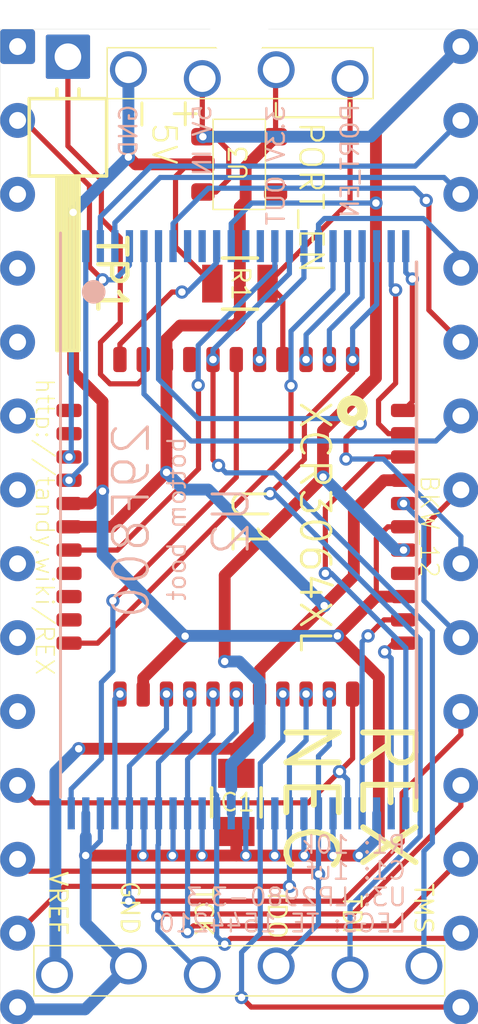
<source format=kicad_pcb>
(kicad_pcb (version 20171130) (host pcbnew 5.1.5-52549c5~84~ubuntu19.04.1)

  (general
    (thickness 1.6)
    (drawings 39)
    (tracks 443)
    (zones 0)
    (modules 9)
    (nets 40)
  )

  (page A4)
  (title_block
    (title REX1_bkw)
    (rev 12)
    (comment 1 "Original: Steve Adolph")
    (comment 2 "Modified: Brian K. White")
  )

  (layers
    (0 Top signal)
    (31 Bottom signal)
    (32 B.Adhes user hide)
    (33 F.Adhes user hide)
    (34 B.Paste user hide)
    (35 F.Paste user hide)
    (36 B.SilkS user)
    (37 F.SilkS user hide)
    (38 B.Mask user hide)
    (39 F.Mask user hide)
    (40 Dwgs.User user hide)
    (41 Cmts.User user hide)
    (42 Eco1.User user hide)
    (43 Eco2.User user hide)
    (44 Edge.Cuts user)
    (45 Margin user hide)
    (46 B.CrtYd user hide)
    (47 F.CrtYd user hide)
    (48 B.Fab user hide)
    (49 F.Fab user hide)
  )

  (setup
    (last_trace_width 0.1778)
    (user_trace_width 0.3048)
    (user_trace_width 0.4064)
    (trace_clearance 0.1778)
    (zone_clearance 0.508)
    (zone_45_only no)
    (trace_min 0.1778)
    (via_size 0.4572)
    (via_drill 0.254)
    (via_min_size 0.381)
    (via_min_drill 0.254)
    (uvia_size 0.3)
    (uvia_drill 0.1)
    (uvias_allowed no)
    (uvia_min_size 0.2)
    (uvia_min_drill 0.1)
    (edge_width 0.01)
    (segment_width 0.2032)
    (pcb_text_width 0.254)
    (pcb_text_size 1.2192 1.2192)
    (mod_edge_width 0.0254)
    (mod_text_size 0.4572 0.4572)
    (mod_text_width 0.0254)
    (pad_size 1.905 2.032)
    (pad_drill 1.524)
    (pad_to_mask_clearance 0)
    (aux_axis_origin 0 0)
    (grid_origin 147.2184 99.187)
    (visible_elements FFFFFF7F)
    (pcbplotparams
      (layerselection 0x010fc_ffffffff)
      (usegerberextensions false)
      (usegerberattributes false)
      (usegerberadvancedattributes false)
      (creategerberjobfile false)
      (excludeedgelayer true)
      (linewidth 0.100000)
      (plotframeref false)
      (viasonmask false)
      (mode 1)
      (useauxorigin false)
      (hpglpennumber 1)
      (hpglpenspeed 20)
      (hpglpendiameter 15.000000)
      (psnegative false)
      (psa4output false)
      (plotreference true)
      (plotvalue true)
      (plotinvisibletext false)
      (padsonsilk false)
      (subtractmaskfromsilk false)
      (outputformat 1)
      (mirror false)
      (drillshape 1)
      (scaleselection 1)
      (outputdirectory ""))
  )

  (net 0 "")
  (net 1 GND)
  (net 2 +3V3)
  (net 3 /LVA17)
  (net 4 /LVA0)
  (net 5 /AD7)
  (net 6 /AD6)
  (net 7 /AD5)
  (net 8 /AD4)
  (net 9 /+5)
  (net 10 /AD3)
  (net 11 /AD2)
  (net 12 /AD1)
  (net 13 /AD0)
  (net 14 /LVA1)
  (net 15 /LVA2)
  (net 16 /LVA3)
  (net 17 /LVA4)
  (net 18 /LVA5)
  (net 19 /LVA6)
  (net 20 /LVA7)
  (net 21 /A8)
  (net 22 /LVA18)
  (net 23 /LVA19)
  (net 24 /A9)
  (net 25 /A10)
  (net 26 /A11)
  (net 27 /A12)
  (net 28 /A13)
  (net 29 /A14)
  (net 30 /LVA15)
  (net 31 /LVA16)
  (net 32 /PORT_EN)
  (net 33 /TP1)
  (net 34 /~RD)
  (net 35 /~CS)
  (net 36 /~WE)
  (net 37 /RY_BY)
  (net 38 /~CE)
  (net 39 /~OE)

  (net_class Default "This is the default net class."
    (clearance 0.1778)
    (trace_width 0.1778)
    (via_dia 0.4572)
    (via_drill 0.254)
    (uvia_dia 0.3)
    (uvia_drill 0.1)
    (add_net +3V3)
    (add_net /+5)
    (add_net /A10)
    (add_net /A11)
    (add_net /A12)
    (add_net /A13)
    (add_net /A14)
    (add_net /A8)
    (add_net /A9)
    (add_net /AD0)
    (add_net /AD1)
    (add_net /AD2)
    (add_net /AD3)
    (add_net /AD4)
    (add_net /AD5)
    (add_net /AD6)
    (add_net /AD7)
    (add_net /LVA0)
    (add_net /LVA1)
    (add_net /LVA15)
    (add_net /LVA16)
    (add_net /LVA17)
    (add_net /LVA18)
    (add_net /LVA19)
    (add_net /LVA2)
    (add_net /LVA3)
    (add_net /LVA4)
    (add_net /LVA5)
    (add_net /LVA6)
    (add_net /LVA7)
    (add_net /PORT_EN)
    (add_net /RY_BY)
    (add_net /TP1)
    (add_net /~CE)
    (add_net /~CS)
    (add_net /~OE)
    (add_net /~RD)
    (add_net /~WE)
    (add_net GND)
  )

  (module 000_LOCAL:DIP-28_W15.24mm_pcb_sil_pins locked (layer Top) (tedit 5E4EBF21) (tstamp 5D59F431)
    (at 147.2184 99.187)
    (descr "28-lead though-hole mounted DIP package, row spacing 15.24 mm (600 mils)")
    (tags "THT DIP DIL PDIP 2.54mm 15.24mm 600mil")
    (path /5D27638E)
    (fp_text reference J1 (at -0.9906 -0.9906 -90) (layer Dwgs.User) hide
      (effects (font (size 1.2065 1.2065) (thickness 0.127)) (justify left bottom))
    )
    (fp_text value DIP28_NEC_MAIN_ROM (at 2.0701 -8.8773 -90) (layer F.Fab) hide
      (effects (font (size 1.2065 1.2065) (thickness 0.1016)) (justify left bottom))
    )
    (fp_line (start 8.22 -17.11) (end -8.22 -17.11) (layer F.CrtYd) (width 0.01))
    (fp_line (start 8.22 17.11) (end 8.22 -17.11) (layer F.CrtYd) (width 0.01))
    (fp_line (start -8.22 17.11) (end 8.22 17.11) (layer F.CrtYd) (width 0.01))
    (fp_line (start -8.22 -17.11) (end -8.22 17.11) (layer F.CrtYd) (width 0.01))
    (fp_text user %R (at 0.27 3.12) (layer F.Fab)
      (effects (font (size 1 1) (thickness 0.15)))
    )
    (fp_text user "back components & legs" (at -2.2 10.25) (layer Dwgs.User)
      (effects (font (size 0.2 0.2) (thickness 0.01)))
    )
    (fp_text user "14.4x36.4x1.6mm pocket" (at -2.2 10) (layer Dwgs.User)
      (effects (font (size 0.2 0.2) (thickness 0.01)))
    )
    (fp_text user "Eco1.User is Edge.Cuts for use without carrier." (at -0.0298 12.25) (layer Eco1.User)
      (effects (font (size 0.2 0.2) (thickness 0.01)))
    )
    (fp_text user "Eco2.User is Edge.Cuts for use with carrier" (at 0.125 14.025 unlocked) (layer Eco2.User)
      (effects (font (size 0.2 0.2) (thickness 0.01)))
    )
    (pad "" np_thru_hole circle (at 0 -17.11) (size 2 2) (drill 2) (layers *.Cu *.Mask))
    (pad 1 thru_hole roundrect (at -7.62 -16.51) (size 1.2 1.2) (drill 0.58) (layers *.Cu *.Mask) (roundrect_rratio 0.1))
    (pad 15 thru_hole circle (at 7.62 16.51) (size 1.2 1.2) (drill 0.58) (layers *.Cu *.Mask)
      (net 10 /AD3))
    (pad 2 thru_hole circle (at -7.62 -13.97) (size 1.2 1.2) (drill 0.58) (layers *.Cu *.Mask)
      (net 27 /A12))
    (pad 16 thru_hole circle (at 7.62 13.97) (size 1.2 1.2) (drill 0.58) (layers *.Cu *.Mask)
      (net 8 /AD4))
    (pad 3 thru_hole circle (at -7.62 -11.43) (size 1.2 1.2) (drill 0.58) (layers *.Cu *.Mask))
    (pad 17 thru_hole circle (at 7.62 11.43) (size 1.2 1.2) (drill 0.58) (layers *.Cu *.Mask)
      (net 7 /AD5))
    (pad 4 thru_hole circle (at -7.62 -8.89) (size 1.2 1.2) (drill 0.58) (layers *.Cu *.Mask))
    (pad 18 thru_hole circle (at 7.62 8.89) (size 1.2 1.2) (drill 0.58) (layers *.Cu *.Mask)
      (net 6 /AD6))
    (pad 5 thru_hole circle (at -7.62 -6.35) (size 1.2 1.2) (drill 0.58) (layers *.Cu *.Mask))
    (pad 19 thru_hole circle (at 7.62 6.35) (size 1.2 1.2) (drill 0.58) (layers *.Cu *.Mask)
      (net 5 /AD7))
    (pad 6 thru_hole circle (at -7.62 -3.81) (size 1.2 1.2) (drill 0.58) (layers *.Cu *.Mask))
    (pad 20 thru_hole circle (at 7.62 3.81) (size 1.2 1.2) (drill 0.58) (layers *.Cu *.Mask)
      (net 35 /~CS))
    (pad 7 thru_hole circle (at -7.62 -1.27) (size 1.2 1.2) (drill 0.58) (layers *.Cu *.Mask))
    (pad 21 thru_hole circle (at 7.62 1.27) (size 1.2 1.2) (drill 0.58) (layers *.Cu *.Mask)
      (net 25 /A10))
    (pad 8 thru_hole circle (at -7.62 1.27) (size 1.2 1.2) (drill 0.58) (layers *.Cu *.Mask))
    (pad 22 thru_hole circle (at 7.62 -1.27) (size 1.2 1.2) (drill 0.58) (layers *.Cu *.Mask)
      (net 34 /~RD))
    (pad 9 thru_hole circle (at -7.62 3.81) (size 1.2 1.2) (drill 0.58) (layers *.Cu *.Mask))
    (pad 23 thru_hole circle (at 7.62 -3.81) (size 1.2 1.2) (drill 0.58) (layers *.Cu *.Mask)
      (net 26 /A11))
    (pad 10 thru_hole circle (at -7.62 6.35) (size 1.2 1.2) (drill 0.58) (layers *.Cu *.Mask))
    (pad 24 thru_hole circle (at 7.62 -6.35) (size 1.2 1.2) (drill 0.58) (layers *.Cu *.Mask)
      (net 24 /A9))
    (pad 11 thru_hole circle (at -7.62 8.89) (size 1.2 1.2) (drill 0.58) (layers *.Cu *.Mask)
      (net 13 /AD0))
    (pad 25 thru_hole circle (at 7.62 -8.89) (size 1.2 1.2) (drill 0.58) (layers *.Cu *.Mask)
      (net 21 /A8))
    (pad 12 thru_hole circle (at -7.62 11.43) (size 1.2 1.2) (drill 0.58) (layers *.Cu *.Mask)
      (net 12 /AD1))
    (pad 26 thru_hole circle (at 7.62 -11.43) (size 1.2 1.2) (drill 0.58) (layers *.Cu *.Mask)
      (net 28 /A13))
    (pad 13 thru_hole circle (at -7.62 13.97) (size 1.2 1.2) (drill 0.58) (layers *.Cu *.Mask)
      (net 11 /AD2))
    (pad 27 thru_hole circle (at 7.62 -13.97) (size 1.2 1.2) (drill 0.58) (layers *.Cu *.Mask)
      (net 29 /A14))
    (pad 14 thru_hole circle (at -7.62 16.51) (size 1.2 1.2) (drill 0.58) (layers *.Cu *.Mask)
      (net 1 GND))
    (pad 28 thru_hole circle (at 7.62 -16.51) (size 1.2 1.2) (drill 0.58) (layers *.Cu *.Mask)
      (net 9 /+5))
    (model ${KIPRJMOD}/000_LOCAL.pretty/3d/DIL_LEG.step
      (offset (xyz -7.62 16.51 0.18))
      (scale (xyz 1 1 1))
      (rotate (xyz 0 0 0))
    )
    (model ${KIPRJMOD}/000_LOCAL.pretty/3d/DIL_LEG.step
      (offset (xyz -7.62 13.97 0.18))
      (scale (xyz 1 1 1))
      (rotate (xyz 0 0 0))
    )
    (model ${KIPRJMOD}/000_LOCAL.pretty/3d/DIL_LEG.step
      (offset (xyz -7.62 11.43 0.18))
      (scale (xyz 1 1 1))
      (rotate (xyz 0 0 0))
    )
    (model ${KIPRJMOD}/000_LOCAL.pretty/3d/DIL_LEG.step
      (offset (xyz -7.62 8.890000000000001 0.18))
      (scale (xyz 1 1 1))
      (rotate (xyz 0 0 0))
    )
    (model ${KIPRJMOD}/000_LOCAL.pretty/3d/DIL_LEG.step
      (offset (xyz -7.62 6.35 0.18))
      (scale (xyz 1 1 1))
      (rotate (xyz 0 0 0))
    )
    (model ${KIPRJMOD}/000_LOCAL.pretty/3d/DIL_LEG.step
      (offset (xyz -7.62 3.81 0.18))
      (scale (xyz 1 1 1))
      (rotate (xyz 0 0 0))
    )
    (model ${KIPRJMOD}/000_LOCAL.pretty/3d/DIL_LEG.step
      (offset (xyz -7.62 1.27 0.18))
      (scale (xyz 1 1 1))
      (rotate (xyz 0 0 0))
    )
    (model ${KIPRJMOD}/000_LOCAL.pretty/3d/DIL_LEG.step
      (offset (xyz -7.62 -1.27 0.18))
      (scale (xyz 1 1 1))
      (rotate (xyz 0 0 0))
    )
    (model ${KIPRJMOD}/000_LOCAL.pretty/3d/DIL_LEG.step
      (offset (xyz -7.62 -3.81 0.18))
      (scale (xyz 1 1 1))
      (rotate (xyz 0 0 0))
    )
    (model ${KIPRJMOD}/000_LOCAL.pretty/3d/DIL_LEG.step
      (offset (xyz -7.62 -6.35 0.18))
      (scale (xyz 1 1 1))
      (rotate (xyz 0 0 0))
    )
    (model ${KIPRJMOD}/000_LOCAL.pretty/3d/DIL_LEG.step
      (offset (xyz -7.62 -8.890000000000001 0.18))
      (scale (xyz 1 1 1))
      (rotate (xyz 0 0 0))
    )
    (model ${KIPRJMOD}/000_LOCAL.pretty/3d/DIL_LEG.step
      (offset (xyz -7.62 -11.43 0.18))
      (scale (xyz 1 1 1))
      (rotate (xyz 0 0 0))
    )
    (model ${KIPRJMOD}/000_LOCAL.pretty/3d/DIL_LEG.step
      (offset (xyz -7.62 -13.97 0.18))
      (scale (xyz 1 1 1))
      (rotate (xyz 0 0 0))
    )
    (model ${KIPRJMOD}/000_LOCAL.pretty/3d/DIL_LEG.step
      (offset (xyz -7.62 -16.51 0.18))
      (scale (xyz 1 1 1))
      (rotate (xyz 0 0 0))
    )
    (model ${KIPRJMOD}/000_LOCAL.pretty/3d/DIL_LEG.step
      (offset (xyz 7.62 -16.51 0.18))
      (scale (xyz 1 1 1))
      (rotate (xyz 0 0 0))
    )
    (model ${KIPRJMOD}/000_LOCAL.pretty/3d/DIL_LEG.step
      (offset (xyz 7.62 -13.97 0.18))
      (scale (xyz 1 1 1))
      (rotate (xyz 0 0 0))
    )
    (model ${KIPRJMOD}/000_LOCAL.pretty/3d/DIL_LEG.step
      (offset (xyz 7.62 -11.43 0.18))
      (scale (xyz 1 1 1))
      (rotate (xyz 0 0 0))
    )
    (model ${KIPRJMOD}/000_LOCAL.pretty/3d/DIL_LEG.step
      (offset (xyz 7.62 -8.890000000000001 0.18))
      (scale (xyz 1 1 1))
      (rotate (xyz 0 0 0))
    )
    (model ${KIPRJMOD}/000_LOCAL.pretty/3d/DIL_LEG.step
      (offset (xyz 7.62 -6.35 0.18))
      (scale (xyz 1 1 1))
      (rotate (xyz 0 0 0))
    )
    (model ${KIPRJMOD}/000_LOCAL.pretty/3d/DIL_LEG.step
      (offset (xyz 7.62 -3.81 0.18))
      (scale (xyz 1 1 1))
      (rotate (xyz 0 0 0))
    )
    (model ${KIPRJMOD}/000_LOCAL.pretty/3d/DIL_LEG.step
      (offset (xyz 7.62 -1.27 0.18))
      (scale (xyz 1 1 1))
      (rotate (xyz 0 0 0))
    )
    (model ${KIPRJMOD}/000_LOCAL.pretty/3d/DIL_LEG.step
      (offset (xyz 7.62 1.27 0.18))
      (scale (xyz 1 1 1))
      (rotate (xyz 0 0 0))
    )
    (model ${KIPRJMOD}/000_LOCAL.pretty/3d/DIL_LEG.step
      (offset (xyz 7.62 3.81 0.18))
      (scale (xyz 1 1 1))
      (rotate (xyz 0 0 0))
    )
    (model ${KIPRJMOD}/000_LOCAL.pretty/3d/DIL_LEG.step
      (offset (xyz 7.62 6.35 0.18))
      (scale (xyz 1 1 1))
      (rotate (xyz 0 0 0))
    )
    (model ${KIPRJMOD}/000_LOCAL.pretty/3d/DIL_LEG.step
      (offset (xyz 7.62 8.890000000000001 0.18))
      (scale (xyz 1 1 1))
      (rotate (xyz 0 0 0))
    )
    (model ${KIPRJMOD}/000_LOCAL.pretty/3d/DIL_LEG.step
      (offset (xyz 7.62 11.43 0.18))
      (scale (xyz 1 1 1))
      (rotate (xyz 0 0 0))
    )
    (model ${KIPRJMOD}/000_LOCAL.pretty/3d/DIL_LEG.step
      (offset (xyz 7.62 13.97 0.18))
      (scale (xyz 1 1 1))
      (rotate (xyz 0 0 0))
    )
    (model ${KIPRJMOD}/000_LOCAL.pretty/3d/DIL_LEG.step
      (offset (xyz 7.62 16.51 0.18))
      (scale (xyz 1 1 1))
      (rotate (xyz 0 0 0))
    )
  )

  (module 000_LOCAL:1x4_jamb_stagger (layer Top) (tedit 5D492BC0) (tstamp 5D2E7721)
    (at 147.2184 83.627)
    (descr "jamb connector, 4 pin, staggered")
    (path /5D265CE5)
    (solder_mask_margin -0.17272)
    (fp_text reference J3 (at -1.332036 -1.850661 -180) (layer Dwgs.User)
      (effects (font (size 1.2065 1.2065) (thickness 0.127)) (justify right bottom))
    )
    (fp_text value PRG (at 0.039564 2.518139 unlocked) (layer F.Fab)
      (effects (font (size 1.2065 1.2065) (thickness 0.1016)) (justify bottom))
    )
    (fp_poly (pts (xy 0.9525 -0.3175) (xy 0.9525 0.3175) (xy 1.5875 0.3175) (xy 1.5875 -0.3175)) (layer Dwgs.User) (width 0.000254))
    (fp_poly (pts (xy -1.5875 -0.3175) (xy -1.5875 0.3175) (xy -0.9525 0.3175) (xy -0.9525 -0.3175)) (layer Dwgs.User) (width 0.000254))
    (fp_poly (pts (xy 3.4925 -0.3175) (xy 3.4925 0.3175) (xy 4.1275 0.3175) (xy 4.1275 -0.3175)) (layer Dwgs.User) (width 0.000254))
    (fp_poly (pts (xy -4.1275 -0.3175) (xy -4.1275 0.3175) (xy -3.4925 0.3175) (xy -3.4925 -0.3175)) (layer Dwgs.User) (width 0.000254))
    (pad 4 thru_hole circle (at 3.81 0.1524) (size 1.27 1.27) (drill 0.9144) (layers *.Cu *.Mask)
      (net 32 /PORT_EN))
    (pad 3 thru_hole circle (at 1.27 -0.1524) (size 1.27 1.27) (drill 0.9144) (layers *.Cu *.Mask)
      (net 2 +3V3))
    (pad 2 thru_hole circle (at -1.27 0.1524) (size 1.27 1.27) (drill 0.9144) (layers *.Cu *.Mask)
      (net 9 /+5))
    (pad 1 thru_hole circle (at -3.81 -0.1524) (size 1.27 1.27) (drill 0.9144) (layers *.Cu *.Mask)
      (net 1 GND))
  )

  (module 000_LOCAL:1x6_jamb_stagger (layer Top) (tedit 5D492B89) (tstamp 5D255940)
    (at 147.2184 114.437)
    (descr "6 pin jamb connector, perpendicular offsets")
    (path /5D38CEC5)
    (solder_mask_margin -0.17272)
    (fp_text reference J2 (at -1.288539 -1.699304 -180) (layer Dwgs.User)
      (effects (font (size 1.2065 1.2065) (thickness 0.127)) (justify right bottom))
    )
    (fp_text value JTAG (at 0.057661 2.669496 unlocked) (layer F.Fab)
      (effects (font (size 1.2065 1.2065) (thickness 0.1016)) (justify bottom))
    )
    (fp_poly (pts (xy 6.0325 -0.3175) (xy 6.0325 0.3175) (xy 6.6675 0.3175) (xy 6.6675 -0.3175)) (layer Dwgs.User) (width 0))
    (fp_poly (pts (xy 3.4925 -0.3175) (xy 3.4925 0.3175) (xy 4.1275 0.3175) (xy 4.1275 -0.3175)) (layer Dwgs.User) (width 0))
    (fp_poly (pts (xy 0.9525 -0.3175) (xy 0.9525 0.3175) (xy 1.5875 0.3175) (xy 1.5875 -0.3175)) (layer Dwgs.User) (width 0))
    (fp_poly (pts (xy -1.5875 -0.3175) (xy -1.5875 0.3175) (xy -0.9525 0.3175) (xy -0.9525 -0.3175)) (layer Dwgs.User) (width 0))
    (fp_poly (pts (xy -4.1275 -0.3175) (xy -4.1275 0.3175) (xy -3.4925 0.3175) (xy -3.4925 -0.3175)) (layer Dwgs.User) (width 0))
    (fp_poly (pts (xy -6.6675 -0.3175) (xy -6.6675 0.3175) (xy -6.0325 0.3175) (xy -6.0325 -0.3175)) (layer Dwgs.User) (width 0))
    (pad 6 thru_hole circle (at 6.35 -0.1524) (size 1.27 1.27) (drill 0.9144) (layers *.Cu *.Mask)
      (net 23 /LVA19))
    (pad 5 thru_hole circle (at 3.81 0.1524) (size 1.27 1.27) (drill 0.9144) (layers *.Cu *.Mask)
      (net 17 /LVA4))
    (pad 4 thru_hole circle (at 1.27 -0.1524) (size 1.27 1.27) (drill 0.9144) (layers *.Cu *.Mask)
      (net 12 /AD1))
    (pad 3 thru_hole circle (at -1.27 0.1524) (size 1.27 1.27) (drill 0.9144) (layers *.Cu *.Mask)
      (net 6 /AD6))
    (pad 2 thru_hole circle (at -3.81 -0.1524) (size 1.27 1.27) (drill 0.9144) (layers *.Cu *.Mask)
      (net 1 GND))
    (pad 1 thru_hole circle (at -6.35 0.1524) (size 1.27 1.27) (drill 0.9144) (layers *.Cu *.Mask)
      (net 2 +3V3))
  )

  (module 000_LOCAL:SOT-23-5 (layer Top) (tedit 5D2E7E51) (tstamp 5E3C09DF)
    (at 147.2184 86.727)
    (descr "5-pin SOT23 package")
    (tags SOT-23-5)
    (path /5D30DD1C)
    (attr smd)
    (fp_text reference U3 (at -0.02794 -0.04064 -90) (layer F.SilkS)
      (effects (font (size 0.6096 0.6096) (thickness 0.0762)))
    )
    (fp_text value LP2980 (at 0 2.9) (layer F.Fab)
      (effects (font (size 1 1) (thickness 0.15)))
    )
    (fp_line (start -0.9 -1.55) (end -0.9 1.55) (layer F.SilkS) (width 0.0508))
    (fp_line (start 0.9 -1.55) (end -0.9 -1.55) (layer F.SilkS) (width 0.0508))
    (fp_line (start 0.9 1.55) (end 0.9 -1.55) (layer F.SilkS) (width 0.0508))
    (fp_line (start -0.9 1.55) (end 0.9 1.55) (layer F.SilkS) (width 0.0508))
    (fp_text user %R (at 0 0 90) (layer F.Fab)
      (effects (font (size 0.5 0.5) (thickness 0.075)))
    )
    (fp_line (start -0.9 -0.9) (end -0.25 -1.55) (layer F.Fab) (width 0.1))
    (fp_line (start 0.9 -1.55) (end -0.25 -1.55) (layer F.Fab) (width 0.1))
    (fp_line (start -0.9 -0.9) (end -0.9 1.55) (layer F.Fab) (width 0.1))
    (fp_line (start 0.9 1.55) (end -0.9 1.55) (layer F.Fab) (width 0.1))
    (fp_line (start 0.9 -1.55) (end 0.9 1.55) (layer F.Fab) (width 0.1))
    (pad 1 smd roundrect (at -1.25 -0.95) (size 0.8 0.6) (layers Top F.Paste F.Mask) (roundrect_rratio 0.25)
      (net 9 /+5))
    (pad 2 smd roundrect (at -1.25 0) (size 0.8 0.6) (layers Top F.Paste F.Mask) (roundrect_rratio 0.25)
      (net 1 GND))
    (pad 3 smd roundrect (at -1.25 0.95) (size 0.8 0.6) (layers Top F.Paste F.Mask) (roundrect_rratio 0.25)
      (net 9 /+5))
    (pad 4 smd roundrect (at 1.25 0.95) (size 0.8 0.6) (layers Top F.Paste F.Mask) (roundrect_rratio 0.25))
    (pad 5 smd roundrect (at 1.25 -0.95) (size 0.8 0.6) (layers Top F.Paste F.Mask) (roundrect_rratio 0.25)
      (net 2 +3V3))
    (model ${KISYS3DMOD}/Package_TO_SOT_SMD.3dshapes/SOT-23-5.step
      (at (xyz 0 0 0))
      (scale (xyz 1 1 1))
      (rotate (xyz 0 0 0))
    )
  )

  (module 000_LOCAL:TSOP-48 locked (layer Bottom) (tedit 5D2DBE0D) (tstamp 5D09E59B)
    (at 147.193 99.2886 270)
    (descr "TSOP I, 32 pins, 18.4x8mm body (https://www.micron.com/~/media/documents/products/technical-note/nor-flash/tn1225_land_pad_design.pdf)")
    (tags "TSOP I 32")
    (path /5D294874)
    (attr smd)
    (fp_text reference U2 (at -1.58496 -0.44958 90) (layer B.SilkS)
      (effects (font (size 1.2065 1.2065) (thickness 0.1016)) (justify left bottom mirror))
    )
    (fp_text value 29F800 (at -3.77698 2.97942 90) (layer B.SilkS)
      (effects (font (size 1.2065 1.2065) (thickness 0.1016)) (justify left bottom mirror))
    )
    (fp_circle (center -8.1788 4.9784) (end -7.9756 4.9784) (layer B.SilkS) (width 0.4064))
    (fp_line (start -8.2 6) (end 9.2 6) (layer B.Fab) (width 0.1))
    (fp_line (start -9.2 -6) (end -9.2 5) (layer B.Fab) (width 0.1))
    (fp_line (start 9.2 -6) (end -9.2 -6) (layer B.Fab) (width 0.1))
    (fp_line (start 9.2 6) (end 9.2 -6) (layer B.Fab) (width 0.1))
    (fp_text user %R (at 0 0 90) (layer B.Fab)
      (effects (font (size 1 1) (thickness 0.15)) (justify mirror))
    )
    (fp_line (start -8.2 6) (end -9.2 5) (layer B.Fab) (width 0.1))
    (fp_line (start 9.2 6.12) (end -10.2 6.12) (layer B.SilkS) (width 0.1))
    (fp_line (start -9.2 -6.12) (end 9.2 -6.12) (layer B.SilkS) (width 0.12))
    (fp_line (start -10.55 6.25) (end 10.55 6.25) (layer B.CrtYd) (width 0.05))
    (fp_line (start 10.55 6.25) (end 10.55 -6.25) (layer B.CrtYd) (width 0.05))
    (fp_line (start 10.55 -6.25) (end -10.55 -6.25) (layer B.CrtYd) (width 0.05))
    (fp_line (start -10.55 -6.25) (end -10.55 6.25) (layer B.CrtYd) (width 0.05))
    (pad 48 smd rect (at 9.75 5.75 270) (size 1.1 0.25) (layers Bottom B.Paste B.Mask)
      (net 3 /LVA17))
    (pad 47 smd rect (at 9.75 5.25 270) (size 1.1 0.25) (layers Bottom B.Paste B.Mask)
      (net 1 GND))
    (pad 46 smd rect (at 9.75 4.75 270) (size 1.1 0.25) (layers Bottom B.Paste B.Mask)
      (net 1 GND))
    (pad 45 smd rect (at 9.75 4.25 270) (size 1.1 0.25) (layers Bottom B.Paste B.Mask)
      (net 4 /LVA0))
    (pad 44 smd rect (at 9.75 3.75 270) (size 1.1 0.25) (layers Bottom B.Paste B.Mask)
      (net 5 /AD7))
    (pad 43 smd rect (at 9.75 3.25 270) (size 1.1 0.25) (layers Bottom B.Paste B.Mask)
      (net 1 GND))
    (pad 42 smd rect (at 9.75 2.75 270) (size 1.1 0.25) (layers Bottom B.Paste B.Mask)
      (net 6 /AD6))
    (pad 41 smd rect (at 9.75 2.25 270) (size 1.1 0.25) (layers Bottom B.Paste B.Mask)
      (net 1 GND))
    (pad 40 smd rect (at 9.75 1.75 270) (size 1.1 0.25) (layers Bottom B.Paste B.Mask)
      (net 7 /AD5))
    (pad 39 smd rect (at 9.75 1.25 270) (size 1.1 0.25) (layers Bottom B.Paste B.Mask)
      (net 1 GND))
    (pad 38 smd rect (at 9.75 0.75 270) (size 1.1 0.25) (layers Bottom B.Paste B.Mask)
      (net 8 /AD4))
    (pad 37 smd rect (at 9.75 0.25 270) (size 1.1 0.25) (layers Bottom B.Paste B.Mask)
      (net 9 /+5))
    (pad 36 smd rect (at 9.75 -0.25 270) (size 1.1 0.25) (layers Bottom B.Paste B.Mask)
      (net 1 GND))
    (pad 35 smd rect (at 9.75 -0.75 270) (size 1.1 0.25) (layers Bottom B.Paste B.Mask)
      (net 10 /AD3))
    (pad 34 smd rect (at 9.75 -1.25 270) (size 1.1 0.25) (layers Bottom B.Paste B.Mask)
      (net 1 GND))
    (pad 33 smd rect (at 9.75 -1.75 270) (size 1.1 0.25) (layers Bottom B.Paste B.Mask)
      (net 11 /AD2))
    (pad 32 smd rect (at 9.75 -2.25 270) (size 1.1 0.25) (layers Bottom B.Paste B.Mask)
      (net 1 GND))
    (pad 31 smd rect (at 9.75 -2.75 270) (size 1.1 0.25) (layers Bottom B.Paste B.Mask)
      (net 12 /AD1))
    (pad 30 smd rect (at 9.75 -3.25 270) (size 1.1 0.25) (layers Bottom B.Paste B.Mask)
      (net 1 GND))
    (pad 29 smd rect (at 9.75 -3.75 270) (size 1.1 0.25) (layers Bottom B.Paste B.Mask)
      (net 13 /AD0))
    (pad 28 smd rect (at 9.75 -4.25 270) (size 1.1 0.25) (layers Bottom B.Paste B.Mask)
      (net 39 /~OE))
    (pad 27 smd rect (at 9.75 -4.75 270) (size 1.1 0.25) (layers Bottom B.Paste B.Mask)
      (net 1 GND))
    (pad 26 smd rect (at 9.75 -5.25 270) (size 1.1 0.25) (layers Bottom B.Paste B.Mask)
      (net 38 /~CE))
    (pad 24 smd rect (at -9.75 -5.75 270) (size 1.1 0.25) (layers Bottom B.Paste B.Mask)
      (net 15 /LVA2))
    (pad 23 smd rect (at -9.75 -5.25 270) (size 1.1 0.25) (layers Bottom B.Paste B.Mask)
      (net 16 /LVA3))
    (pad 22 smd rect (at -9.75 -4.75 270) (size 1.1 0.25) (layers Bottom B.Paste B.Mask)
      (net 17 /LVA4))
    (pad 21 smd rect (at -9.75 -4.25 270) (size 1.1 0.25) (layers Bottom B.Paste B.Mask)
      (net 18 /LVA5))
    (pad 20 smd rect (at -9.75 -3.75 270) (size 1.1 0.25) (layers Bottom B.Paste B.Mask)
      (net 19 /LVA6))
    (pad 19 smd rect (at -9.75 -3.25 270) (size 1.1 0.25) (layers Bottom B.Paste B.Mask)
      (net 20 /LVA7))
    (pad 18 smd rect (at -9.75 -2.75 270) (size 1.1 0.25) (layers Bottom B.Paste B.Mask)
      (net 21 /A8))
    (pad 17 smd rect (at -9.75 -2.25 270) (size 1.1 0.25) (layers Bottom B.Paste B.Mask)
      (net 22 /LVA18))
    (pad 16 smd rect (at -9.75 -1.75 270) (size 1.1 0.25) (layers Bottom B.Paste B.Mask)
      (net 23 /LVA19))
    (pad 15 smd rect (at -9.75 -1.25 270) (size 1.1 0.25) (layers Bottom B.Paste B.Mask)
      (net 37 /RY_BY))
    (pad 14 smd rect (at -9.75 -0.75 270) (size 1.1 0.25) (layers Bottom B.Paste B.Mask))
    (pad 13 smd rect (at -9.75 -0.25 270) (size 1.1 0.25) (layers Bottom B.Paste B.Mask))
    (pad 12 smd rect (at -9.75 0.25 270) (size 1.1 0.25) (layers Bottom B.Paste B.Mask)
      (net 9 /+5))
    (pad 11 smd rect (at -9.75 0.75 270) (size 1.1 0.25) (layers Bottom B.Paste B.Mask)
      (net 36 /~WE))
    (pad 10 smd rect (at -9.75 1.25 270) (size 1.1 0.25) (layers Bottom B.Paste B.Mask))
    (pad 9 smd rect (at -9.75 1.75 270) (size 1.1 0.25) (layers Bottom B.Paste B.Mask))
    (pad 8 smd rect (at -9.75 2.25 270) (size 1.1 0.25) (layers Bottom B.Paste B.Mask)
      (net 24 /A9))
    (pad 7 smd rect (at -9.75 2.75 270) (size 1.1 0.25) (layers Bottom B.Paste B.Mask)
      (net 25 /A10))
    (pad 6 smd rect (at -9.75 3.25 270) (size 1.1 0.25) (layers Bottom B.Paste B.Mask)
      (net 26 /A11))
    (pad 5 smd rect (at -9.75 3.75 270) (size 1.1 0.25) (layers Bottom B.Paste B.Mask)
      (net 27 /A12))
    (pad 4 smd rect (at -9.75 4.25 270) (size 1.1 0.25) (layers Bottom B.Paste B.Mask)
      (net 28 /A13))
    (pad 3 smd rect (at -9.75 4.75 270) (size 1.1 0.25) (layers Bottom B.Paste B.Mask)
      (net 29 /A14))
    (pad 2 smd rect (at -9.75 5.25 270) (size 1.1 0.25) (layers Bottom B.Paste B.Mask)
      (net 30 /LVA15))
    (pad 25 smd rect (at 9.75 -5.75 270) (size 1.1 0.25) (layers Bottom B.Paste B.Mask)
      (net 14 /LVA1))
    (pad 1 smd rect (at -9.75 5.75 270) (size 1.1 0.25) (layers Bottom B.Paste B.Mask)
      (net 31 /LVA16))
    (model ${KISYS3DMOD}/Package_SO.3dshapes/TSOP-I-48_12x18.4mm_P0.5mm.step
      (at (xyz 0 0 0))
      (scale (xyz 1 1 1))
      (rotate (xyz 0 0 0))
    )
  )

  (module 000_LOCAL:1x1_pin_h (layer Top) (tedit 5D2564BC) (tstamp 5D25596D)
    (at 141.3284 83.027 270)
    (descr "Through hole angled pin header, 1x01, 2.54mm pitch, 6mm pin length, single row")
    (tags "Through hole angled pin header THT 1x01 2.54mm single row")
    (path /E5F42BB8)
    (fp_text reference TP1 (at 7.49 -1.5 270 unlocked) (layer F.SilkS)
      (effects (font (size 1 1) (thickness 0.15)))
    )
    (fp_text value PINHD-1X1 (at 4.31 3.16 90) (layer F.Fab)
      (effects (font (size 1 1) (thickness 0.15)))
    )
    (fp_line (start 2.135 -1.27) (end 4.04 -1.27) (layer F.Fab) (width 0.1))
    (fp_line (start 4.04 -1.27) (end 4.04 1.27) (layer F.Fab) (width 0.1))
    (fp_line (start 4.04 1.27) (end 1.5 1.27) (layer F.Fab) (width 0.1))
    (fp_line (start 1.5 1.27) (end 1.5 -0.635) (layer F.Fab) (width 0.1))
    (fp_line (start 1.5 -0.635) (end 2.135 -1.27) (layer F.Fab) (width 0.1))
    (fp_line (start -0.32 -0.32) (end 1.5 -0.32) (layer F.Fab) (width 0.1))
    (fp_line (start -0.32 -0.32) (end -0.32 0.32) (layer F.Fab) (width 0.1))
    (fp_line (start -0.32 0.32) (end 1.5 0.32) (layer F.Fab) (width 0.1))
    (fp_line (start 4.04 -0.32) (end 10.04 -0.32) (layer F.Fab) (width 0.1))
    (fp_line (start 10.04 -0.32) (end 10.04 0.32) (layer F.Fab) (width 0.1))
    (fp_line (start 4.04 0.32) (end 10.04 0.32) (layer F.Fab) (width 0.1))
    (fp_line (start 1.44 -1.33) (end 1.44 1.33) (layer F.SilkS) (width 0.12))
    (fp_line (start 1.44 1.33) (end 4.1 1.33) (layer F.SilkS) (width 0.12))
    (fp_line (start 4.1 1.33) (end 4.1 -1.33) (layer F.SilkS) (width 0.12))
    (fp_line (start 4.1 -1.33) (end 1.44 -1.33) (layer F.SilkS) (width 0.12))
    (fp_line (start 4.1 -0.38) (end 10.1 -0.38) (layer F.SilkS) (width 0.12))
    (fp_line (start 10.1 -0.38) (end 10.1 0.38) (layer F.SilkS) (width 0.12))
    (fp_line (start 10.1 0.38) (end 4.1 0.38) (layer F.SilkS) (width 0.12))
    (fp_line (start 4.1 -0.32) (end 10.1 -0.32) (layer F.SilkS) (width 0.12))
    (fp_line (start 4.1 -0.2) (end 10.1 -0.2) (layer F.SilkS) (width 0.12))
    (fp_line (start 4.1 -0.08) (end 10.1 -0.08) (layer F.SilkS) (width 0.12))
    (fp_line (start 4.1 0.04) (end 10.1 0.04) (layer F.SilkS) (width 0.12))
    (fp_line (start 4.1 0.16) (end 10.1 0.16) (layer F.SilkS) (width 0.12))
    (fp_line (start 4.1 0.28) (end 10.1 0.28) (layer F.SilkS) (width 0.12))
    (fp_line (start 1.11 -0.38) (end 1.44 -0.38) (layer F.SilkS) (width 0.12))
    (fp_line (start 1.11 0.38) (end 1.44 0.38) (layer F.SilkS) (width 0.12))
    (fp_line (start -1.8 -1.8) (end -1.8 1.8) (layer F.CrtYd) (width 0.05))
    (fp_line (start -1.8 1.8) (end 10.55 1.8) (layer F.CrtYd) (width 0.05))
    (fp_line (start 10.55 1.8) (end 10.55 -1.8) (layer F.CrtYd) (width 0.05))
    (fp_line (start 10.55 -1.8) (end -1.8 -1.8) (layer F.CrtYd) (width 0.05))
    (fp_text user %R (at 2.77 0) (layer F.Fab)
      (effects (font (size 1 1) (thickness 0.15)))
    )
    (pad 1 thru_hole roundrect (at 0 0 270) (size 1.524 1.524) (drill 0.9144) (layers *.Cu *.Mask) (roundrect_rratio 0.05)
      (net 33 /TP1))
    (model ${KISYS3DMOD}/Connector_PinHeader_2.54mm.3dshapes/PinHeader_1x01_P2.54mm_Horizontal.step
      (at (xyz 0 0 0))
      (scale (xyz 1 1 1))
      (rotate (xyz 0 0 0))
    )
  )

  (module 000_LOCAL:QFP44 locked (layer Top) (tedit 5D20F7C0) (tstamp 5D07EEA8)
    (at 147.1168 99.187 270)
    (path /5D2858A9)
    (attr smd)
    (fp_text reference U1 (at -1.4859 0.2667 270 unlocked) (layer F.SilkS)
      (effects (font (size 1.2065 1.2065) (thickness 0.1016)) (justify left bottom))
    )
    (fp_text value XCR3064XL-10VQ44 (at -8.1534 -8.9662 180) (layer Dwgs.User) hide
      (effects (font (size 1.2065 1.2065) (thickness 0.1016)) (justify left bottom))
    )
    (fp_text user %R (at 0 0 270) (layer F.Fab)
      (effects (font (size 1 1) (thickness 0.15)))
    )
    (fp_line (start 6 6) (end 6 -6) (layer F.Fab) (width 0.1))
    (fp_line (start -6 6) (end 6 6) (layer F.Fab) (width 0.1))
    (fp_line (start -6 -6) (end -6 6) (layer F.Fab) (width 0.1))
    (fp_line (start 6 -6) (end -6 -6) (layer F.Fab) (width 0.1))
    (fp_circle (center -3.9878 -3.9878) (end -3.8116 -3.9878) (layer F.SilkS) (width 0.3556))
    (fp_circle (center -5.715 -5.715) (end -5.715 -5.815) (layer F.Fab) (width 0.2))
    (fp_line (start -6.7 -6.7) (end 6.7 -6.7) (layer F.CrtYd) (width 0.1))
    (fp_line (start 6.7 -6.7) (end 6.7 6.7) (layer F.CrtYd) (width 0.1))
    (fp_line (start 6.7 6.7) (end -6.7 6.7) (layer F.CrtYd) (width 0.1))
    (fp_line (start -6.7 6.7) (end -6.7 -6.7) (layer F.CrtYd) (width 0.1))
    (pad 1 smd roundrect (at -5.75 -4) (size 0.4572 0.8636) (layers Top F.Paste F.Mask) (roundrect_rratio 0.25)
      (net 17 /LVA4))
    (pad 2 smd roundrect (at -5.75 -3.2) (size 0.4572 0.8636) (layers Top F.Paste F.Mask) (roundrect_rratio 0.25)
      (net 18 /LVA5))
    (pad 3 smd roundrect (at -5.75 -2.4) (size 0.4572 0.8636) (layers Top F.Paste F.Mask) (roundrect_rratio 0.25)
      (net 19 /LVA6))
    (pad 4 smd roundrect (at -5.75 -1.6) (size 0.4572 0.8636) (layers Top F.Paste F.Mask) (roundrect_rratio 0.25)
      (net 32 /PORT_EN))
    (pad 5 smd roundrect (at -5.75 -0.8) (size 0.4572 0.8636) (layers Top F.Paste F.Mask) (roundrect_rratio 0.25)
      (net 22 /LVA18))
    (pad 6 smd roundrect (at -5.75 0) (size 0.4572 0.8636) (layers Top F.Paste F.Mask) (roundrect_rratio 0.25)
      (net 3 /LVA17))
    (pad 7 smd roundrect (at -5.75 0.8) (size 0.4572 0.8636) (layers Top F.Paste F.Mask) (roundrect_rratio 0.25)
      (net 23 /LVA19))
    (pad 8 smd roundrect (at -5.75 1.6) (size 0.4572 0.8636) (layers Top F.Paste F.Mask) (roundrect_rratio 0.25))
    (pad 9 smd roundrect (at -5.75 2.4) (size 0.4572 0.8636) (layers Top F.Paste F.Mask) (roundrect_rratio 0.25)
      (net 2 +3V3))
    (pad 10 smd roundrect (at -5.75 3.2) (size 0.4572 0.8636) (layers Top F.Paste F.Mask) (roundrect_rratio 0.25)
      (net 33 /TP1))
    (pad 11 smd roundrect (at -5.75 4) (size 0.4572 0.8636) (layers Top F.Paste F.Mask) (roundrect_rratio 0.25)
      (net 36 /~WE))
    (pad 12 smd roundrect (at -4 5.75 270) (size 0.4572 0.8636) (layers Top F.Paste F.Mask) (roundrect_rratio 0.25))
    (pad 13 smd roundrect (at -3.2 5.75 270) (size 0.4572 0.8636) (layers Top F.Paste F.Mask) (roundrect_rratio 0.25))
    (pad 14 smd roundrect (at -2.4 5.75 270) (size 0.4572 0.8636) (layers Top F.Paste F.Mask) (roundrect_rratio 0.25)
      (net 31 /LVA16))
    (pad 15 smd roundrect (at -1.6 5.75 270) (size 0.4572 0.8636) (layers Top F.Paste F.Mask) (roundrect_rratio 0.25)
      (net 30 /LVA15))
    (pad 16 smd roundrect (at -0.8 5.75 270) (size 0.4572 0.8636) (layers Top F.Paste F.Mask) (roundrect_rratio 0.25)
      (net 1 GND))
    (pad 17 smd roundrect (at 0 5.75 270) (size 0.4572 0.8636) (layers Top F.Paste F.Mask) (roundrect_rratio 0.25)
      (net 2 +3V3))
    (pad 18 smd roundrect (at 0.8 5.75 270) (size 0.4572 0.8636) (layers Top F.Paste F.Mask) (roundrect_rratio 0.25)
      (net 37 /RY_BY))
    (pad 19 smd roundrect (at 1.6 5.75 270) (size 0.4572 0.8636) (layers Top F.Paste F.Mask) (roundrect_rratio 0.25))
    (pad 20 smd roundrect (at 2.4 5.75 270) (size 0.4572 0.8636) (layers Top F.Paste F.Mask) (roundrect_rratio 0.25))
    (pad 21 smd roundrect (at 3.2 5.75 270) (size 0.4572 0.8636) (layers Top F.Paste F.Mask) (roundrect_rratio 0.25))
    (pad 22 smd roundrect (at 4 5.75 270) (size 0.4572 0.8636) (layers Top F.Paste F.Mask) (roundrect_rratio 0.25)
      (net 20 /LVA7))
    (pad 23 smd roundrect (at 5.75 4) (size 0.4572 0.8636) (layers Top F.Paste F.Mask) (roundrect_rratio 0.25)
      (net 4 /LVA0))
    (pad 24 smd roundrect (at 5.75 3.2) (size 0.4572 0.8636) (layers Top F.Paste F.Mask) (roundrect_rratio 0.25)
      (net 1 GND))
    (pad 25 smd roundrect (at 5.75 2.4) (size 0.4572 0.8636) (layers Top F.Paste F.Mask) (roundrect_rratio 0.25)
      (net 5 /AD7))
    (pad 26 smd roundrect (at 5.75 1.6) (size 0.4572 0.8636) (layers Top F.Paste F.Mask) (roundrect_rratio 0.25)
      (net 6 /AD6))
    (pad 27 smd roundrect (at 5.75 0.8) (size 0.4572 0.8636) (layers Top F.Paste F.Mask) (roundrect_rratio 0.25)
      (net 7 /AD5))
    (pad 28 smd roundrect (at 5.75 0) (size 0.4572 0.8636) (layers Top F.Paste F.Mask) (roundrect_rratio 0.25)
      (net 8 /AD4))
    (pad 29 smd roundrect (at 5.75 -0.8) (size 0.4572 0.8636) (layers Top F.Paste F.Mask) (roundrect_rratio 0.25)
      (net 2 +3V3))
    (pad 30 smd roundrect (at 5.75 -1.6) (size 0.4572 0.8636) (layers Top F.Paste F.Mask) (roundrect_rratio 0.25)
      (net 10 /AD3))
    (pad 31 smd roundrect (at 5.75 -2.4) (size 0.4572 0.8636) (layers Top F.Paste F.Mask) (roundrect_rratio 0.25)
      (net 11 /AD2))
    (pad 32 smd roundrect (at 5.75 -3.2) (size 0.4572 0.8636) (layers Top F.Paste F.Mask) (roundrect_rratio 0.25)
      (net 12 /AD1))
    (pad 33 smd roundrect (at 5.75 -4) (size 0.4572 0.8636) (layers Top F.Paste F.Mask) (roundrect_rratio 0.25)
      (net 13 /AD0))
    (pad 34 smd roundrect (at 4 -5.75 270) (size 0.4572 0.8636) (layers Top F.Paste F.Mask) (roundrect_rratio 0.25)
      (net 38 /~CE))
    (pad 35 smd roundrect (at 3.2 -5.75 270) (size 0.4572 0.8636) (layers Top F.Paste F.Mask) (roundrect_rratio 0.25)
      (net 39 /~OE))
    (pad 36 smd roundrect (at 2.4 -5.75 270) (size 0.4572 0.8636) (layers Top F.Paste F.Mask) (roundrect_rratio 0.25)
      (net 1 GND))
    (pad 37 smd roundrect (at 1.6 -5.75 270) (size 0.4572 0.8636) (layers Top F.Paste F.Mask) (roundrect_rratio 0.25)
      (net 34 /~RD))
    (pad 38 smd roundrect (at 0.8 -5.75 270) (size 0.4572 0.8636) (layers Top F.Paste F.Mask) (roundrect_rratio 0.25)
      (net 9 /+5))
    (pad 39 smd roundrect (at 0 -5.75 270) (size 0.4572 0.8636) (layers Top F.Paste F.Mask) (roundrect_rratio 0.25)
      (net 1 GND))
    (pad 40 smd roundrect (at -0.8 -5.75 270) (size 0.4572 0.8636) (layers Top F.Paste F.Mask) (roundrect_rratio 0.25)
      (net 35 /~CS))
    (pad 41 smd roundrect (at -1.6 -5.75 270) (size 0.4572 0.8636) (layers Top F.Paste F.Mask) (roundrect_rratio 0.25)
      (net 2 +3V3))
    (pad 42 smd roundrect (at -2.4 -5.75 270) (size 0.4572 0.8636) (layers Top F.Paste F.Mask) (roundrect_rratio 0.25)
      (net 14 /LVA1))
    (pad 43 smd roundrect (at -3.2 -5.75 270) (size 0.4572 0.8636) (layers Top F.Paste F.Mask) (roundrect_rratio 0.25)
      (net 16 /LVA3))
    (pad 44 smd roundrect (at -4 -5.75 270) (size 0.4572 0.8636) (layers Top F.Paste F.Mask) (roundrect_rratio 0.25)
      (net 15 /LVA2))
    (model ${KISYS3DMOD}/Package_QFP.3dshapes/TQFP-44_10x10mm_P0.8mm.wrl
      (at (xyz 0 0 0))
      (scale (xyz 1 1 1))
      (rotate (xyz 0 0 0))
    )
  )

  (module Resistors_SMD:R_0805 (layer Top) (tedit 5D09996B) (tstamp 5D099A58)
    (at 147.2438 90.827 180)
    (descr "Resistor SMD 0805, reflow soldering, Vishay (see dcrcw.pdf)")
    (tags "resistor 0805")
    (path /2604F989)
    (attr smd)
    (fp_text reference R1 (at -0.0254 0.00508 270 unlocked) (layer F.SilkS)
      (effects (font (size 0.6096 0.6096) (thickness 0.0762)))
    )
    (fp_text value 10k (at 0 1.75) (layer F.Fab)
      (effects (font (size 1 1) (thickness 0.15)))
    )
    (fp_text user %R (at 0 0) (layer F.Fab)
      (effects (font (size 0.5 0.5) (thickness 0.075)))
    )
    (fp_line (start -1 0.62) (end -1 -0.62) (layer F.Fab) (width 0.1))
    (fp_line (start 1 0.62) (end -1 0.62) (layer F.Fab) (width 0.1))
    (fp_line (start 1 -0.62) (end 1 0.62) (layer F.Fab) (width 0.1))
    (fp_line (start -1 -0.62) (end 1 -0.62) (layer F.Fab) (width 0.1))
    (fp_line (start 0.6 0.88) (end -0.6 0.88) (layer F.SilkS) (width 0.12))
    (fp_line (start -0.6 -0.88) (end 0.6 -0.88) (layer F.SilkS) (width 0.12))
    (fp_line (start -1.55 -0.9) (end 1.55 -0.9) (layer F.CrtYd) (width 0.05))
    (fp_line (start -1.55 -0.9) (end -1.55 0.9) (layer F.CrtYd) (width 0.05))
    (fp_line (start 1.55 0.9) (end 1.55 -0.9) (layer F.CrtYd) (width 0.05))
    (fp_line (start 1.55 0.9) (end -1.55 0.9) (layer F.CrtYd) (width 0.05))
    (pad 1 smd rect (at -0.95 0 180) (size 0.7 1.3) (layers Top F.Paste F.Mask)
      (net 32 /PORT_EN))
    (pad 2 smd rect (at 0.95 0 180) (size 0.7 1.3) (layers Top F.Paste F.Mask)
      (net 1 GND))
    (model ${KISYS3DMOD}/Resistors_SMD.3dshapes/R_0805.wrl
      (at (xyz 0 0 0))
      (scale (xyz 1 1 1))
      (rotate (xyz 0 0 0))
    )
    (model ${KISYS3DMOD}/Resistor_SMD.3dshapes/R_0805_2012Metric.step
      (at (xyz 0 0 0))
      (scale (xyz 1 1 1))
      (rotate (xyz 0 0 0))
    )
  )

  (module Capacitors_SMD:C_0805 (layer Top) (tedit 58AA8463) (tstamp 5D17005C)
    (at 147.1184 108.662 270)
    (descr "Capacitor SMD 0805, reflow soldering, AVX (see smccp.pdf)")
    (tags "capacitor 0805")
    (path /327B8ADF)
    (attr smd)
    (fp_text reference C1 (at 0 -0.0381 unlocked) (layer F.SilkS)
      (effects (font (size 0.6096 0.6096) (thickness 0.0762)))
    )
    (fp_text value C-USC0805 (at 0 1.75 90) (layer F.Fab)
      (effects (font (size 1 1) (thickness 0.15)))
    )
    (fp_line (start 1.75 0.87) (end -1.75 0.87) (layer F.CrtYd) (width 0.05))
    (fp_line (start 1.75 0.87) (end 1.75 -0.88) (layer F.CrtYd) (width 0.05))
    (fp_line (start -1.75 -0.88) (end -1.75 0.87) (layer F.CrtYd) (width 0.05))
    (fp_line (start -1.75 -0.88) (end 1.75 -0.88) (layer F.CrtYd) (width 0.05))
    (fp_line (start -0.5 0.85) (end 0.5 0.85) (layer F.SilkS) (width 0.12))
    (fp_line (start 0.5 -0.85) (end -0.5 -0.85) (layer F.SilkS) (width 0.12))
    (fp_line (start -1 -0.62) (end 1 -0.62) (layer F.Fab) (width 0.1))
    (fp_line (start 1 -0.62) (end 1 0.62) (layer F.Fab) (width 0.1))
    (fp_line (start 1 0.62) (end -1 0.62) (layer F.Fab) (width 0.1))
    (fp_line (start -1 0.62) (end -1 -0.62) (layer F.Fab) (width 0.1))
    (fp_text user %R (at 0 -1.5 90) (layer F.Fab)
      (effects (font (size 1 1) (thickness 0.15)))
    )
    (pad 2 smd rect (at 1 0 270) (size 1 1.25) (layers Top F.Paste F.Mask)
      (net 1 GND))
    (pad 1 smd rect (at -1 0 270) (size 1 1.25) (layers Top F.Paste F.Mask)
      (net 2 +3V3))
    (model Capacitors_SMD.3dshapes/C_0805.wrl
      (at (xyz 0 0 0))
      (scale (xyz 1 1 1))
      (rotate (xyz 0 0 0))
    )
    (model ${KISYS3DMOD}/Capacitor_SMD.3dshapes/C_0805_2012Metric.wrl
      (at (xyz 0 0 0))
      (scale (xyz 1 1 1))
      (rotate (xyz 0 0 0))
    )
  )

  (gr_text "LEGS: TE 1544210" (at 153.0184 112.817) (layer B.SilkS) (tstamp 5E4FD78D)
    (effects (font (size 0.6096 0.6096) (thickness 0.0762)) (justify left mirror))
  )
  (gr_text NEC (at 148.6084 105.697 -90) (layer F.SilkS) (tstamp 5E4F95C7)
    (effects (font (size 1.8 1.8) (thickness 0.2)) (justify left bottom))
  )
  (gr_line (start 155.4384 82.077) (end 155.4384 116.297) (layer Edge.Cuts) (width 0.01) (tstamp 5E4F9358))
  (gr_line (start 138.9984 82.077) (end 155.4384 82.077) (layer Edge.Cuts) (width 0.01))
  (gr_line (start 138.9984 116.297) (end 138.9984 82.077) (layer Edge.Cuts) (width 0.01))
  (gr_line (start 155.4384 116.297) (end 138.9984 116.297) (layer Edge.Cuts) (width 0.01))
  (gr_line (start 148.4784 85.107) (end 151.0184 85.107) (layer F.SilkS) (width 0.0762) (tstamp 5E4FD178))
  (gr_line (start 142.6784 82.717) (end 142.6784 84.467) (layer F.SilkS) (width 0.0508) (tstamp 5E4FA571))
  (gr_line (start 151.8224 82.717) (end 151.8224 84.467) (layer F.SilkS) (width 0.0508) (tstamp 5D25660B))
  (gr_line (start 154.2808 115.3142) (end 140.1584 115.3142) (layer F.SilkS) (width 0.0508) (tstamp 5D255F67))
  (gr_line (start 154.2808 113.587) (end 154.2808 115.3142) (layer F.SilkS) (width 0.0508))
  (gr_line (start 140.1584 113.587) (end 154.2808 113.587) (layer F.SilkS) (width 0.0508))
  (gr_line (start 140.1584 115.3142) (end 140.1584 113.587) (layer F.SilkS) (width 0.0508))
  (gr_text GND (at 143.4084 84.617 -270) (layer B.SilkS) (tstamp 5D254ED7)
    (effects (font (size 0.6 0.6) (thickness 0.08)) (justify left mirror))
  )
  (gr_text "5V IN" (at 145.9484 84.627 -270) (layer B.SilkS) (tstamp 5D493C36)
    (effects (font (size 0.6 0.6) (thickness 0.08)) (justify left mirror))
  )
  (gr_line (start 151.0184 85.107) (end 151.0184 84.62) (layer F.SilkS) (width 0.0762) (tstamp 5E4FD175))
  (gr_line (start 148.4784 85.107) (end 148.4784 84.62) (layer F.SilkS) (width 0.0762))
  (gr_line (start 151.8224 82.717) (end 142.6784 82.717) (layer F.SilkS) (width 0.0508) (tstamp 5D2535BE))
  (gr_line (start 142.6784 84.467) (end 151.8224 84.467) (layer F.SilkS) (width 0.0508))
  (gr_text - (at 143.9484 84.997 -90) (layer F.SilkS) (tstamp 5D25028A)
    (effects (font (size 1 1) (thickness 0.1)))
  )
  (gr_text + (at 145.4384 84.987 -90) (layer F.SilkS) (tstamp 5D2501E0)
    (effects (font (size 1 1) (thickness 0.1)))
  )
  (gr_text PORT_EN (at 151.0284 84.597 -270) (layer B.SilkS) (tstamp 5D1B308C)
    (effects (font (size 0.6 0.6) (thickness 0.08)) (justify left mirror))
  )
  (gr_text "3.3V OUT" (at 148.4784 84.657 -270) (layer B.SilkS)
    (effects (font (size 0.6 0.6) (thickness 0.08)) (justify left mirror))
  )
  (gr_text http://tandy.wiki/REX (at 140.5284 99.187 -90) (layer F.SilkS)
    (effects (font (size 0.6096 0.6096) (thickness 0.0508)))
  )
  (gr_text PORT_EN (at 149.6884 87.867 -90) (layer F.SilkS) (tstamp 5D250528)
    (effects (font (size 0.8 0.8) (thickness 0.08)))
  )
  (gr_text BKW_12 (at 153.7584 99.177 -90) (layer F.SilkS)
    (effects (font (size 0.6096 0.6096) (thickness 0.0508)))
  )
  (gr_text "U3: LP2980-3.3" (at 153.0284 111.917) (layer B.SilkS) (tstamp 5D15D5FC)
    (effects (font (size 0.6096 0.6096) (thickness 0.0762)) (justify left mirror))
  )
  (gr_text "C1: 1uf" (at 152.9984 111.007) (layer B.SilkS)
    (effects (font (size 0.6096 0.6096) (thickness 0.0762)) (justify left mirror))
  )
  (gr_text "R1: 10k" (at 152.9984 110.117) (layer B.SilkS)
    (effects (font (size 0.6096 0.6096) (thickness 0.0762)) (justify left mirror))
  )
  (gr_text "bottom boot" (at 145.0721 98.9076 90) (layer B.SilkS)
    (effects (font (size 0.6096 0.6096) (thickness 0.0762)) (justify mirror))
  )
  (gr_text 5V (at 144.1684 85.237 -90) (layer F.SilkS) (tstamp 5D25359A)
    (effects (font (size 0.8 0.8) (thickness 0.08)) (justify left bottom))
  )
  (gr_text REX (at 151.2484 105.697 -90) (layer F.SilkS) (tstamp B416F390)
    (effects (font (size 1.8 1.8) (thickness 0.2)) (justify left bottom))
  )
  (gr_text TMS (at 153.1984 113.227 -90) (layer F.SilkS) (tstamp B419F2D0)
    (effects (font (size 0.6096 0.6096) (thickness 0.0762)) (justify right bottom))
  )
  (gr_text TDI (at 150.7384 113.247 -90) (layer F.SilkS) (tstamp B419F7A0)
    (effects (font (size 0.6096 0.6096) (thickness 0.0762)) (justify right bottom))
  )
  (gr_text TCK (at 145.6384 113.327 -90) (layer F.SilkS) (tstamp B40E64C0)
    (effects (font (size 0.6096 0.6096) (thickness 0.0762)) (justify right bottom))
  )
  (gr_text TDO (at 148.1584 113.407 -90) (layer F.SilkS) (tstamp B40E6990)
    (effects (font (size 0.6096 0.6096) (thickness 0.0762)) (justify right bottom))
  )
  (gr_text GND (at 143.0984 113.267 -90) (layer F.SilkS) (tstamp B40E6E60)
    (effects (font (size 0.6096 0.6096) (thickness 0.0762)) (justify right bottom))
  )
  (gr_text VREF (at 140.6284 113.287 -90) (layer F.SilkS) (tstamp B4101330)
    (effects (font (size 0.6096 0.6096) (thickness 0.0762)) (justify right bottom))
  )
  (gr_text XCR3064XL (at 149.225 94.7928 -90) (layer F.SilkS) (tstamp B41B93E0)
    (effects (font (size 1.016 1.016) (thickness 0.1016)) (justify left bottom))
  )

  (segment (start 141.3384 95.187) (end 141.3668 95.187) (width 0.1778) (layer Top) (net 0))
  (segment (start 141.9468 108.9798) (end 141.9606 108.966) (width 0.1778) (layer Bottom) (net 1) (tstamp B2A77470))
  (segment (start 141.9468 108.9798) (end 141.9468 108.9951) (width 0.1778) (layer Bottom) (net 1) (tstamp B2A77990))
  (segment (start 145.9468 108.9951) (end 145.94648 108.99542) (width 0.1778) (layer Bottom) (net 1))
  (segment (start 147.447 110.49) (end 148.4376 110.49) (width 0.4064) (layer Top) (net 1) (tstamp 5D0A663E))
  (via (at 147.447 110.49) (size 0.4064) (drill 0.254) (layers Top Bottom) (net 1))
  (segment (start 149.4536 110.49) (end 150.4442 110.49) (width 0.4064) (layer Top) (net 1) (tstamp 5D0A6640))
  (via (at 149.4536 110.49) (size 0.4064) (drill 0.254) (layers Top Bottom) (net 1) (status 1000000))
  (via (at 150.4442 110.49) (size 0.4064) (drill 0.254) (layers Top Bottom) (net 1))
  (segment (start 147.443 110.486) (end 147.447 110.49) (width 0.1778) (layer Bottom) (net 1))
  (segment (start 147.443 109.0386) (end 147.443 110.486) (width 0.1778) (layer Bottom) (net 1))
  (segment (start 148.4376 110.49) (end 149.4536 110.49) (width 0.4064) (layer Top) (net 1) (tstamp 5D0A668F))
  (via (at 148.4376 110.49) (size 0.4064) (drill 0.254) (layers Top Bottom) (net 1))
  (segment (start 148.443 110.4846) (end 148.4376 110.49) (width 0.1778) (layer Bottom) (net 1))
  (segment (start 148.443 109.0386) (end 148.443 110.4846) (width 0.1778) (layer Bottom) (net 1))
  (segment (start 149.443 110.4794) (end 149.4536 110.49) (width 0.1778) (layer Bottom) (net 1))
  (segment (start 149.443 109.0386) (end 149.443 110.4794) (width 0.1778) (layer Bottom) (net 1))
  (segment (start 150.443 110.4888) (end 150.4442 110.49) (width 0.1778) (layer Bottom) (net 1))
  (segment (start 150.443 109.0386) (end 150.443 110.4888) (width 0.1778) (layer Bottom) (net 1))
  (segment (start 145.943 109.0386) (end 145.943 110.48269) (width 0.1778) (layer Bottom) (net 1))
  (via (at 145.93569 110.49) (size 0.4064) (drill 0.254) (layers Top Bottom) (net 1))
  (segment (start 145.943 110.48269) (end 145.93569 110.49) (width 0.1778) (layer Bottom) (net 1))
  (via (at 143.903718 110.49) (size 0.4064) (drill 0.254) (layers Top Bottom) (net 1))
  (segment (start 143.943 109.0386) (end 143.943 110.450718) (width 0.1778) (layer Bottom) (net 1))
  (segment (start 145.93569 110.49) (end 144.91971 110.49) (width 0.4064) (layer Top) (net 1))
  (via (at 144.91971 110.49) (size 0.4064) (drill 0.254) (layers Top Bottom) (net 1))
  (segment (start 144.943 110.46671) (end 144.91971 110.49) (width 0.1778) (layer Bottom) (net 1))
  (segment (start 144.943 109.0386) (end 144.943 110.46671) (width 0.1778) (layer Bottom) (net 1))
  (segment (start 143.943 110.450718) (end 143.903718 110.49) (width 0.1778) (layer Bottom) (net 1))
  (segment (start 143.903718 110.49) (end 144.91971 110.49) (width 0.4064) (layer Top) (net 1))
  (segment (start 151.3404 110.49) (end 151.3434 110.487) (width 0.4064) (layer Top) (net 1))
  (via (at 151.3434 110.487) (size 0.4572) (drill 0.254) (layers Top Bottom) (net 1))
  (segment (start 150.4442 110.49) (end 151.3404 110.49) (width 0.4064) (layer Top) (net 1))
  (segment (start 151.943 109.8874) (end 151.3434 110.487) (width 0.4064) (layer Bottom) (net 1))
  (segment (start 151.943 109.0386) (end 151.943 109.8874) (width 0.3048) (layer Bottom) (net 1))
  (segment (start 141.943 109.0386) (end 141.943 109.8366) (width 0.3048) (layer Bottom) (net 1))
  (segment (start 141.9384 110.487) (end 141.943 110.4824) (width 0.4064) (layer Bottom) (net 1))
  (segment (start 142.443 109.9824) (end 142.443 109.0386) (width 0.1778) (layer Bottom) (net 1))
  (segment (start 141.9384 110.487) (end 142.443 109.9824) (width 0.1778) (layer Bottom) (net 1))
  (segment (start 141.9414 110.49) (end 143.903718 110.49) (width 0.4064) (layer Top) (net 1))
  (segment (start 141.9384 110.487) (end 141.9414 110.49) (width 0.4064) (layer Top) (net 1))
  (segment (start 141.943 110.4824) (end 141.943 109.8366) (width 0.4064) (layer Bottom) (net 1))
  (via (at 141.9384 110.487) (size 0.4572) (drill 0.254) (layers Top Bottom) (net 1))
  (segment (start 152.0184 104.362) (end 152.0184 109.812) (width 0.4064) (layer Top) (net 1))
  (segment (start 152.0184 109.812) (end 151.3434 110.487) (width 0.4064) (layer Top) (net 1))
  (segment (start 150.5934 102.937) (end 152.0184 104.362) (width 0.4064) (layer Top) (net 1))
  (segment (start 151.9304 101.587) (end 152.8668 101.587) (width 0.4064) (layer Top) (net 1))
  (via (at 150.5934 102.937) (size 0.4572) (drill 0.254) (layers Top Bottom) (net 1))
  (segment (start 150.5934 102.937) (end 150.5934 102.924) (width 0.4064) (layer Top) (net 1))
  (segment (start 150.5934 102.924) (end 151.9304 101.587) (width 0.4064) (layer Top) (net 1))
  (segment (start 142.5184 97.962) (end 142.0934 98.387) (width 0.4064) (layer Top) (net 1))
  (via (at 142.5184 97.962) (size 0.4572) (drill 0.254) (layers Top Bottom) (net 1))
  (segment (start 142.0934 98.387) (end 141.3668 98.387) (width 0.4064) (layer Top) (net 1))
  (segment (start 147.1184 109.662) (end 147.1184 110.487) (width 0.4064) (layer Top) (net 1))
  (segment (start 145.93569 110.49) (end 147.1184 110.487) (width 0.4064) (layer Top) (net 1))
  (segment (start 147.1184 110.487) (end 147.447 110.49) (width 0.4064) (layer Top) (net 1))
  (segment (start 153.0975 99.1743) (end 153.0858 99.1743) (width 0.1778) (layer Top) (net 1) (tstamp B284CD60))
  (segment (start 153.0975 99.1743) (end 153.1008 99.1776) (width 0.1778) (layer Top) (net 1) (tstamp B284D250))
  (segment (start 153.0985 99.1743) (end 153.0975 99.1743) (width 0.1778) (layer Top) (net 1) (tstamp B284D740))
  (segment (start 153.0985 99.1743) (end 153.0985 99.1753) (width 0.1778) (layer Top) (net 1) (tstamp B284EAC0))
  (segment (start 153.0985 99.1753) (end 153.1008 99.1776) (width 0.1778) (layer Top) (net 1) (tstamp B284EFB0))
  (segment (start 141.9384 112.8146) (end 143.4084 114.2846) (width 0.4064) (layer Bottom) (net 1))
  (segment (start 141.9384 110.487) (end 141.9384 112.8146) (width 0.4064) (layer Bottom) (net 1))
  (segment (start 143.4084 114.2846) (end 141.916 115.777) (width 0.4064) (layer Bottom) (net 1))
  (segment (start 139.6784 115.777) (end 139.5984 115.697) (width 0.4064) (layer Bottom) (net 1))
  (segment (start 141.916 115.777) (end 139.6784 115.777) (width 0.4064) (layer Bottom) (net 1))
  (segment (start 152.8668 99.187) (end 152.3284 99.187) (width 0.1778) (layer Top) (net 1))
  (segment (start 151.9304 99.585) (end 151.9304 101.587) (width 0.1778) (layer Top) (net 1))
  (segment (start 152.3284 99.187) (end 151.9304 99.585) (width 0.1778) (layer Top) (net 1))
  (via (at 141.5084 88.377) (size 0.4572) (drill 0.254) (layers Top Bottom) (net 1))
  (segment (start 142.5184 94.8807) (end 142.5184 97.962) (width 0.4064) (layer Top) (net 1))
  (segment (start 141.5084 88.377) (end 141.5084 93.8707) (width 0.4064) (layer Top) (net 1))
  (segment (start 141.5084 93.8707) (end 142.5184 94.8807) (width 0.4064) (layer Top) (net 1))
  (segment (start 143.4084 86.477) (end 141.5084 88.377) (width 0.4064) (layer Bottom) (net 1))
  (segment (start 143.4084 83.4746) (end 143.4084 86.477) (width 0.4064) (layer Bottom) (net 1))
  (segment (start 143.4084 86.477) (end 143.4084 86.477) (width 0.4064) (layer Bottom) (net 1) (tstamp 5E4FC51B))
  (via (at 143.4084 86.477) (size 0.4572) (drill 0.254) (layers Top Bottom) (net 1))
  (segment (start 143.6584 86.727) (end 143.4084 86.477) (width 0.4064) (layer Top) (net 1))
  (segment (start 145.9684 86.727) (end 143.6584 86.727) (width 0.4064) (layer Top) (net 1))
  (segment (start 145.4484 86.727) (end 145.9684 86.727) (width 0.1778) (layer Top) (net 1))
  (segment (start 145.0284 87.147) (end 145.4484 86.727) (width 0.1778) (layer Top) (net 1))
  (segment (start 146.2938 90.827) (end 145.0284 89.5616) (width 0.1778) (layer Top) (net 1))
  (segment (start 145.0284 89.5616) (end 145.0284 87.147) (width 0.1778) (layer Top) (net 1))
  (segment (start 145.3584 102.947) (end 143.9168 104.3886) (width 0.4064) (layer Top) (net 1))
  (segment (start 143.9168 104.3886) (end 143.9168 104.937) (width 0.4064) (layer Top) (net 1))
  (via (at 145.3584 102.947) (size 0.4572) (drill 0.254) (layers Top Bottom) (net 1))
  (segment (start 145.3684 102.937) (end 150.5934 102.937) (width 0.4064) (layer Bottom) (net 1))
  (segment (start 145.3584 102.947) (end 145.3684 102.937) (width 0.4064) (layer Bottom) (net 1))
  (segment (start 145.3584 102.947) (end 145.3384 102.947) (width 0.4064) (layer Bottom) (net 1))
  (segment (start 142.5184 100.127) (end 142.5184 97.962) (width 0.4064) (layer Bottom) (net 1))
  (segment (start 145.3384 102.947) (end 142.5184 100.127) (width 0.4064) (layer Bottom) (net 1))
  (segment (start 144.7031 93.1799) (end 144.7008 93.1776) (width 0.1778) (layer Top) (net 2) (tstamp B2858D20))
  (segment (start 148.5065 83.6574) (end 148.5065 83.6574) (width 0.1778) (layer Top) (net 2))
  (segment (start 147.9168 105.9636) (end 147.9168 104.937) (width 0.4064) (layer Top) (net 2))
  (segment (start 147.0634 106.817) (end 147.9168 105.9636) (width 0.4064) (layer Top) (net 2))
  (segment (start 147.1184 106.872) (end 147.0634 106.817) (width 0.4064) (layer Top) (net 2))
  (segment (start 147.1184 107.662) (end 147.1184 106.872) (width 0.4064) (layer Top) (net 2))
  (segment (start 141.0584 114.3994) (end 140.8684 114.5894) (width 0.4064) (layer Top) (net 2))
  (segment (start 141.6984 106.817) (end 147.0634 106.817) (width 0.4064) (layer Top) (net 2))
  (via (at 141.6984 106.817) (size 0.4572) (drill 0.254) (layers Top Bottom) (net 2))
  (segment (start 140.8984 114.5594) (end 140.8684 114.5894) (width 0.4064) (layer Bottom) (net 2))
  (segment (start 141.6984 106.817) (end 140.8984 107.617) (width 0.4064) (layer Bottom) (net 2))
  (segment (start 140.8984 107.617) (end 140.8984 114.5594) (width 0.4064) (layer Bottom) (net 2))
  (segment (start 144.7184 97.317) (end 142.8484 99.187) (width 0.4064) (layer Top) (net 2))
  (segment (start 142.8484 99.187) (end 141.3668 99.187) (width 0.4064) (layer Top) (net 2))
  (segment (start 144.7168 97.3154) (end 144.7168 93.437) (width 0.4064) (layer Top) (net 2))
  (via (at 144.7184 97.317) (size 0.4572) (drill 0.254) (layers Top Bottom) (net 2))
  (segment (start 144.7184 97.317) (end 144.7168 97.3154) (width 0.4064) (layer Top) (net 2))
  (segment (start 147.4384 87.997) (end 147.4384 86.807) (width 0.4064) (layer Top) (net 2))
  (segment (start 147.2384 88.197) (end 147.4384 87.997) (width 0.4064) (layer Top) (net 2))
  (segment (start 147.4384 86.807) (end 148.4684 85.777) (width 0.4064) (layer Top) (net 2))
  (segment (start 144.7168 93.437) (end 144.7168 92.7386) (width 0.4064) (layer Top) (net 2))
  (segment (start 144.7168 92.7386) (end 145.1884 92.267) (width 0.4064) (layer Top) (net 2))
  (segment (start 145.1884 92.267) (end 147.0584 92.267) (width 0.4064) (layer Top) (net 2))
  (segment (start 147.0584 92.267) (end 147.2384 92.087) (width 0.4064) (layer Top) (net 2))
  (segment (start 147.2384 92.087) (end 147.2384 88.197) (width 0.4064) (layer Top) (net 2))
  (segment (start 148.4684 83.7346) (end 148.4884 83.7146) (width 0.1778) (layer Top) (net 2))
  (segment (start 148.4684 85.777) (end 148.4684 83.7346) (width 0.1778) (layer Top) (net 2))
  (via (at 150.1384 101.897) (size 0.4572) (drill 0.254) (layers Top Bottom) (net 2))
  (segment (start 147.9168 104.1186) (end 147.9168 104.937) (width 0.4064) (layer Top) (net 2))
  (segment (start 150.1384 101.897) (end 147.9168 104.1186) (width 0.4064) (layer Top) (net 2))
  (segment (start 152.1966 97.587) (end 152.8668 97.587) (width 0.4064) (layer Top) (net 2))
  (segment (start 151.1584 98.6252) (end 152.1966 97.587) (width 0.4064) (layer Top) (net 2))
  (segment (start 150.1384 101.897) (end 151.1584 100.877) (width 0.4064) (layer Top) (net 2))
  (segment (start 151.1584 100.877) (end 151.1584 98.6252) (width 0.4064) (layer Top) (net 2))
  (segment (start 145.3084 97.907) (end 144.7184 97.317) (width 0.4064) (layer Bottom) (net 2))
  (segment (start 150.1384 101.897) (end 146.1484 97.907) (width 0.4064) (layer Bottom) (net 2))
  (segment (start 146.1484 97.907) (end 145.3084 97.907) (width 0.4064) (layer Bottom) (net 2))
  (via (at 142.875 101.727) (size 0.4572) (drill 0.254) (layers Top Bottom) (net 3))
  (segment (start 147.1168 97.4852) (end 147.1168 93.437) (width 0.1778) (layer Top) (net 3))
  (segment (start 142.875 101.727) (end 147.1168 97.4852) (width 0.1778) (layer Top) (net 3))
  (segment (start 142.875 104.1404) (end 142.4784 104.537) (width 0.1778) (layer Bottom) (net 3))
  (segment (start 142.875 101.727) (end 142.875 104.1404) (width 0.1778) (layer Bottom) (net 3))
  (segment (start 142.4784 104.537) (end 142.4784 107.1655) (width 0.1778) (layer Bottom) (net 3))
  (segment (start 141.4399 109.0355) (end 141.443 109.0386) (width 0.1778) (layer Bottom) (net 3))
  (segment (start 142.4784 107.1655) (end 141.4399 108.204) (width 0.1778) (layer Bottom) (net 3))
  (segment (start 141.4399 108.204) (end 141.4399 109.0355) (width 0.1778) (layer Bottom) (net 3))
  (segment (start 142.943 105.1108) (end 142.943 109.0386) (width 0.1778) (layer Bottom) (net 4))
  (via (at 143.1168 104.937) (size 0.4572) (drill 0.254) (layers Top Bottom) (net 4))
  (segment (start 143.1168 104.937) (end 143.1163 104.9375) (width 0.1778) (layer Top) (net 4))
  (segment (start 143.1168 104.937) (end 142.943 105.1108) (width 0.1778) (layer Bottom) (net 4))
  (via (at 144.7168 104.937) (size 0.4572) (drill 0.254) (layers Top Bottom) (net 5))
  (segment (start 144.7168 104.937) (end 144.7168 106.1336) (width 0.1778) (layer Bottom) (net 5))
  (segment (start 143.443 107.4074) (end 144.7168 106.1336) (width 0.1778) (layer Bottom) (net 5))
  (segment (start 143.443 109.0386) (end 143.443 107.4074) (width 0.1778) (layer Bottom) (net 5))
  (segment (start 143.4184 112.057) (end 143.4184 110.1371) (width 0.1778) (layer Bottom) (net 5))
  (via (at 143.4184 112.057) (size 0.4572) (drill 0.254) (layers Top Bottom) (net 5))
  (segment (start 143.4184 110.1371) (end 143.443 110.1125) (width 0.1778) (layer Bottom) (net 5))
  (segment (start 143.443 110.1125) (end 143.443 109.0386) (width 0.1778) (layer Bottom) (net 5))
  (segment (start 154.8384 106.3244) (end 154.8384 105.537) (width 0.1778) (layer Top) (net 5))
  (segment (start 152.8184 108.3444) (end 154.8384 106.3244) (width 0.1778) (layer Top) (net 5))
  (segment (start 152.8184 110.027) (end 152.8184 108.3444) (width 0.1778) (layer Top) (net 5))
  (segment (start 143.4184 112.057) (end 150.7884 112.057) (width 0.1778) (layer Top) (net 5))
  (segment (start 150.7884 112.057) (end 152.8184 110.027) (width 0.1778) (layer Top) (net 5))
  (via (at 145.5168 104.937) (size 0.4572) (drill 0.254) (layers Top Bottom) (net 6))
  (segment (start 145.5168 104.937) (end 145.5168 106.2099) (width 0.1778) (layer Bottom) (net 6))
  (segment (start 144.443 107.2837) (end 144.443 109.0386) (width 0.1778) (layer Bottom) (net 6))
  (segment (start 145.5168 106.2099) (end 144.443 107.2837) (width 0.1778) (layer Bottom) (net 6))
  (segment (start 146.443 114.5914) (end 146.443 114.5914) (width 0.1778) (layer Bottom) (net 6) (tstamp 5D150932))
  (via (at 144.4184 112.577) (size 0.4572) (drill 0.254) (layers Top Bottom) (net 6))
  (segment (start 144.443 110.1158) (end 144.443 109.0386) (width 0.1778) (layer Bottom) (net 6))
  (segment (start 144.424407 110.134393) (end 144.443 110.1158) (width 0.1778) (layer Bottom) (net 6))
  (segment (start 144.4184 112.577) (end 144.424407 112.570993) (width 0.1778) (layer Bottom) (net 6))
  (segment (start 144.424407 112.570993) (end 144.424407 110.134393) (width 0.1778) (layer Bottom) (net 6))
  (segment (start 151.1284 112.497) (end 154.8384 108.787) (width 0.1778) (layer Top) (net 6))
  (segment (start 154.8384 108.787) (end 154.8384 108.077) (width 0.1778) (layer Top) (net 6))
  (segment (start 144.4184 112.577) (end 144.4984 112.497) (width 0.1778) (layer Top) (net 6))
  (segment (start 144.4984 112.497) (end 151.1284 112.497) (width 0.1778) (layer Top) (net 6))
  (segment (start 144.4184 113.0594) (end 145.9484 114.5894) (width 0.1778) (layer Bottom) (net 6))
  (segment (start 144.4184 112.577) (end 144.4184 113.0594) (width 0.1778) (layer Bottom) (net 6))
  (via (at 146.3168 104.937) (size 0.4572) (drill 0.254) (layers Top Bottom) (net 7))
  (segment (start 145.443 107.1854) (end 145.443 109.0386) (width 0.1778) (layer Bottom) (net 7))
  (segment (start 146.3168 104.937) (end 146.3168 106.3116) (width 0.1778) (layer Bottom) (net 7))
  (segment (start 146.3168 106.3116) (end 145.443 107.1854) (width 0.1778) (layer Bottom) (net 7))
  (via (at 145.4384 113.107) (size 0.4572) (drill 0.254) (layers Top Bottom) (net 7))
  (segment (start 145.443 113.1024) (end 145.4384 113.107) (width 0.1778) (layer Bottom) (net 7))
  (segment (start 145.443 109.0386) (end 145.443 113.1024) (width 0.1778) (layer Bottom) (net 7))
  (segment (start 152.5484 112.907) (end 154.8384 110.617) (width 0.1778) (layer Top) (net 7))
  (segment (start 145.4384 113.107) (end 145.6384 112.907) (width 0.1778) (layer Top) (net 7))
  (segment (start 145.6384 112.907) (end 152.5484 112.907) (width 0.1778) (layer Top) (net 7))
  (segment (start 154.6584 113.337) (end 154.8384 113.157) (width 0.1778) (layer Top) (net 8))
  (segment (start 146.7184 113.537) (end 146.443 113.2616) (width 0.1778) (layer Bottom) (net 8))
  (via (at 146.7184 113.537) (size 0.4572) (drill 0.254) (layers Top Bottom) (net 8))
  (segment (start 146.443 113.2616) (end 146.443 109.0386) (width 0.1778) (layer Bottom) (net 8))
  (segment (start 146.7184 113.537) (end 146.9184 113.337) (width 0.1778) (layer Top) (net 8))
  (segment (start 146.9184 113.337) (end 154.6584 113.337) (width 0.1778) (layer Top) (net 8))
  (segment (start 146.4384 109.034) (end 146.443 109.0386) (width 0.1778) (layer Bottom) (net 8))
  (segment (start 146.4384 108.417) (end 146.4384 109.034) (width 0.1778) (layer Bottom) (net 8))
  (segment (start 147.1168 104.937) (end 147.1168 106.24312) (width 0.1778) (layer Bottom) (net 8))
  (segment (start 146.3484 108.327) (end 146.4384 108.417) (width 0.1778) (layer Bottom) (net 8))
  (via (at 147.1168 104.937) (size 0.4572) (drill 0.254) (layers Top Bottom) (net 8))
  (segment (start 146.3484 107.01152) (end 146.3484 108.327) (width 0.1778) (layer Bottom) (net 8))
  (segment (start 147.1168 106.24312) (end 146.3484 107.01152) (width 0.1778) (layer Bottom) (net 8))
  (segment (start 146.943 109.0386) (end 146.943 107.8698) (width 0.3048) (layer Bottom) (net 9))
  (segment (start 152.8668 99.987) (end 152.8668 99.987) (width 0.1778) (layer Top) (net 9))
  (via (at 152.8668 99.987) (size 0.4572) (drill 0.254) (layers Top Bottom) (net 9))
  (segment (start 146.0065 83.6574) (end 145.9484 83.7155) (width 0.4064) (layer Top) (net 9))
  (segment (start 145.9484 85.237) (end 145.9484 85.237) (width 0.1778) (layer Top) (net 9))
  (segment (start 151.9184 85.597) (end 154.8384 82.677) (width 0.4064) (layer Top) (net 9))
  (segment (start 146.943 88.76392) (end 146.943 89.5386) (width 0.1778) (layer Bottom) (net 9))
  (segment (start 147.64992 88.057) (end 146.943 88.76392) (width 0.1778) (layer Bottom) (net 9))
  (segment (start 151.9184 88.057) (end 151.9184 85.597) (width 0.1778) (layer Top) (net 9))
  (via (at 151.9184 88.057) (size 0.4572) (drill 0.254) (layers Top Bottom) (net 9))
  (segment (start 151.9184 88.057) (end 147.64992 88.057) (width 0.1778) (layer Bottom) (net 9))
  (segment (start 145.9684 85.777) (end 145.9484 85.757) (width 0.1778) (layer Top) (net 9))
  (via (at 145.9684 85.777) (size 0.4572) (drill 0.254) (layers Top Bottom) (net 9))
  (segment (start 145.9484 85.757) (end 145.9484 84.0194) (width 0.1778) (layer Top) (net 9))
  (segment (start 146.8584 87.237) (end 146.4184 87.677) (width 0.1778) (layer Top) (net 9))
  (segment (start 146.4184 87.677) (end 145.9684 87.677) (width 0.1778) (layer Top) (net 9))
  (segment (start 146.8584 86.247) (end 146.8584 87.237) (width 0.1778) (layer Top) (net 9))
  (segment (start 145.9684 85.777) (end 146.3884 85.777) (width 0.1778) (layer Top) (net 9))
  (segment (start 146.3884 85.777) (end 146.8584 86.247) (width 0.1778) (layer Top) (net 9))
  (segment (start 145.9684 85.777) (end 151.7384 85.777) (width 0.4064) (layer Bottom) (net 9))
  (segment (start 152.2784 85.237) (end 154.8384 82.677) (width 0.4064) (layer Bottom) (net 9))
  (segment (start 151.7384 85.777) (end 152.2784 85.237) (width 0.4064) (layer Bottom) (net 9))
  (segment (start 151.9184 94.067) (end 151.9184 85.597) (width 0.4064) (layer Top) (net 9))
  (via (at 150.0984 97.477) (size 0.4572) (drill 0.254) (layers Top Bottom) (net 9))
  (segment (start 150.0984 95.887) (end 151.9184 94.067) (width 0.4064) (layer Top) (net 9))
  (segment (start 150.0984 97.477) (end 150.0984 95.887) (width 0.4064) (layer Top) (net 9))
  (segment (start 152.6084 99.987) (end 152.8668 99.987) (width 0.4064) (layer Bottom) (net 9))
  (segment (start 150.0984 97.477) (end 152.6084 99.987) (width 0.4064) (layer Bottom) (net 9))
  (segment (start 146.7184 103.817) (end 146.7184 103.817) (width 0.4064) (layer Bottom) (net 9) (tstamp 5E500773))
  (via (at 146.7184 103.817) (size 0.4572) (drill 0.254) (layers Top Bottom) (net 9))
  (segment (start 146.7184 100.857) (end 146.7184 103.817) (width 0.4064) (layer Top) (net 9))
  (segment (start 150.0984 97.477) (end 146.7184 100.857) (width 0.4064) (layer Top) (net 9))
  (segment (start 147.2184 103.817) (end 146.7184 103.817) (width 0.4064) (layer Bottom) (net 9))
  (segment (start 146.943 107.343514) (end 146.951886 107.343514) (width 0.4064) (layer Bottom) (net 9))
  (segment (start 146.951886 107.343514) (end 147.9184 106.377) (width 0.4064) (layer Bottom) (net 9))
  (segment (start 147.9184 106.377) (end 147.9184 104.517) (width 0.4064) (layer Bottom) (net 9))
  (segment (start 146.943 108.187) (end 146.943 107.343514) (width 0.4064) (layer Bottom) (net 9))
  (segment (start 147.9184 104.517) (end 147.2184 103.817) (width 0.4064) (layer Bottom) (net 9))
  (via (at 148.7168 104.937) (size 0.4572) (drill 0.254) (layers Top Bottom) (net 10))
  (segment (start 147.943 107.3143) (end 147.943 109.0386) (width 0.1778) (layer Bottom) (net 10))
  (segment (start 148.7168 104.937) (end 148.7168 106.5405) (width 0.1778) (layer Bottom) (net 10))
  (segment (start 148.7168 106.5405) (end 147.943 107.3143) (width 0.1778) (layer Bottom) (net 10))
  (via (at 147.2984 115.367) (size 0.4572) (drill 0.254) (layers Top Bottom) (net 10))
  (segment (start 147.6284 115.697) (end 154.8384 115.697) (width 0.1778) (layer Top) (net 10))
  (segment (start 147.2984 115.367) (end 147.6284 115.697) (width 0.1778) (layer Top) (net 10))
  (segment (start 147.93976 113.17564) (end 147.93976 109.04184) (width 0.1778) (layer Bottom) (net 10))
  (segment (start 147.2984 115.367) (end 147.2984 113.817) (width 0.1778) (layer Bottom) (net 10))
  (segment (start 147.2984 113.817) (end 147.93976 113.17564) (width 0.1778) (layer Bottom) (net 10))
  (via (at 149.5168 104.937) (size 0.4572) (drill 0.254) (layers Top Bottom) (net 11))
  (segment (start 149.5168 104.937) (end 149.5168 106.5279) (width 0.1778) (layer Bottom) (net 11))
  (segment (start 148.943 107.1017) (end 149.5168 106.5279) (width 0.1778) (layer Bottom) (net 11))
  (segment (start 148.943 109.0386) (end 148.943 107.1017) (width 0.1778) (layer Bottom) (net 11))
  (segment (start 148.9434 111.547) (end 148.943 111.5466) (width 0.1778) (layer Bottom) (net 11))
  (segment (start 148.943 111.5466) (end 148.943 109.0386) (width 0.1778) (layer Bottom) (net 11))
  (via (at 148.9434 111.547) (size 0.4572) (drill 0.254) (layers Top Bottom) (net 11))
  (segment (start 141.2084 111.547) (end 139.5984 113.157) (width 0.1778) (layer Top) (net 11))
  (segment (start 148.9434 111.547) (end 141.2084 111.547) (width 0.1778) (layer Top) (net 11))
  (via (at 150.3168 104.937) (size 0.4572) (drill 0.254) (layers Top Bottom) (net 12))
  (segment (start 150.3168 104.937) (end 150.3168 106.6931) (width 0.1778) (layer Bottom) (net 12))
  (segment (start 149.943 107.0669) (end 150.3168 106.6931) (width 0.1778) (layer Bottom) (net 12))
  (segment (start 149.943 109.0386) (end 149.943 107.0669) (width 0.1778) (layer Bottom) (net 12))
  (segment (start 149.8484 111.027) (end 140.0084 111.027) (width 0.1778) (layer Top) (net 12))
  (segment (start 149.9484 111.127) (end 149.8484 111.027) (width 0.1778) (layer Top) (net 12))
  (segment (start 149.943 109.0386) (end 149.943 111.1216) (width 0.1778) (layer Bottom) (net 12))
  (via (at 149.9484 111.127) (size 0.4572) (drill 0.254) (layers Top Bottom) (net 12))
  (segment (start 140.0084 111.027) (end 139.5984 110.617) (width 0.1778) (layer Top) (net 12))
  (segment (start 149.943 111.1216) (end 149.9484 111.127) (width 0.1778) (layer Bottom) (net 12))
  (segment (start 149.943 112.83) (end 148.4884 114.2846) (width 0.1778) (layer Bottom) (net 12))
  (segment (start 149.9484 111.127) (end 149.943 111.1324) (width 0.1778) (layer Bottom) (net 12))
  (segment (start 149.943 111.1324) (end 149.943 112.83) (width 0.1778) (layer Bottom) (net 12))
  (segment (start 150.66772 107.60202) (end 150.943 107.8773) (width 0.1778) (layer Bottom) (net 13))
  (via (at 150.66772 107.60202) (size 0.4572) (drill 0.254) (layers Top Bottom) (net 13))
  (segment (start 150.943 107.8773) (end 150.943 109.0386) (width 0.1778) (layer Bottom) (net 13))
  (segment (start 151.1168 107.15294) (end 150.66772 107.60202) (width 0.1778) (layer Top) (net 13))
  (segment (start 151.1168 104.937) (end 151.1168 107.15294) (width 0.1778) (layer Top) (net 13))
  (segment (start 150.66772 107.60202) (end 149.59274 108.677) (width 0.1778) (layer Top) (net 13))
  (segment (start 140.1984 108.677) (end 139.5984 108.077) (width 0.1778) (layer Top) (net 13))
  (segment (start 149.59274 108.677) (end 140.1984 108.677) (width 0.1778) (layer Top) (net 13))
  (segment (start 153.0767 96.7776) (end 153.0731 96.774) (width 0.1778) (layer Top) (net 14) (tstamp B270A4F0))
  (segment (start 153.1008 96.7776) (end 153.0767 96.7776) (width 0.1778) (layer Top) (net 14) (tstamp B270AA10))
  (segment (start 150.1784 100.787) (end 150.1784 98.5384) (width 0.1778) (layer Top) (net 14))
  (segment (start 152.9468 103.3533) (end 152.9468 108.9951) (width 0.1778) (layer Bottom) (net 14))
  (via (at 150.1784 100.787) (size 0.4572) (drill 0.254) (layers Top Bottom) (net 14))
  (segment (start 150.1784 100.787) (end 150.3805 100.787) (width 0.1778) (layer Bottom) (net 14))
  (segment (start 150.1784 98.5384) (end 151.9298 96.787) (width 0.1778) (layer Top) (net 14))
  (segment (start 150.3805 100.787) (end 152.9468 103.3533) (width 0.1778) (layer Bottom) (net 14))
  (segment (start 151.9298 96.787) (end 152.8668 96.787) (width 0.1778) (layer Top) (net 14))
  (segment (start 153.16962 90.66784) (end 152.943 90.44122) (width 0.1778) (layer Bottom) (net 15))
  (via (at 153.16962 90.66784) (size 0.4572) (drill 0.254) (layers Top Bottom) (net 15))
  (segment (start 152.943 90.44122) (end 152.943 89.5386) (width 0.1778) (layer Bottom) (net 15))
  (segment (start 153.16962 94.88418) (end 152.8668 95.187) (width 0.1778) (layer Top) (net 15))
  (segment (start 153.16962 90.66784) (end 153.16962 94.88418) (width 0.1778) (layer Top) (net 15))
  (segment (start 152.59558 91.0463) (end 152.443 90.89372) (width 0.1778) (layer Bottom) (net 16))
  (segment (start 152.443 90.89372) (end 152.443 89.5386) (width 0.1778) (layer Bottom) (net 16))
  (via (at 152.59558 91.0463) (size 0.4572) (drill 0.254) (layers Top Bottom) (net 16))
  (segment (start 152.3496 95.987) (end 152.8668 95.987) (width 0.1778) (layer Top) (net 16))
  (segment (start 152.0084 95.6458) (end 152.3496 95.987) (width 0.1778) (layer Top) (net 16))
  (segment (start 152.0084 94.83896) (end 152.0084 95.6458) (width 0.1778) (layer Top) (net 16))
  (segment (start 152.59558 91.0463) (end 152.59558 94.25178) (width 0.1778) (layer Top) (net 16))
  (segment (start 152.59558 94.25178) (end 152.0084 94.83896) (width 0.1778) (layer Top) (net 16))
  (segment (start 151.1168 93.437) (end 151.1168 93.437) (width 0.1778) (layer Top) (net 17) (tstamp 5D217D5E))
  (via (at 151.1168 93.437) (size 0.4572) (drill 0.254) (layers Top Bottom) (net 17))
  (segment (start 151.943 91.5414) (end 151.943 89.5386) (width 0.1778) (layer Bottom) (net 17))
  (segment (start 151.1168 93.437) (end 151.1168 92.3676) (width 0.1778) (layer Bottom) (net 17))
  (segment (start 151.1168 92.3676) (end 151.943 91.5414) (width 0.1778) (layer Bottom) (net 17))
  (segment (start 149.4584 95.547) (end 151.1168 93.8886) (width 0.1778) (layer Top) (net 17))
  (segment (start 149.4584 96.867) (end 149.4584 95.547) (width 0.1778) (layer Top) (net 17))
  (via (at 148.2784 98.047) (size 0.4572) (drill 0.254) (layers Top Bottom) (net 17))
  (segment (start 151.1168 93.8886) (end 151.1168 93.437) (width 0.1778) (layer Top) (net 17))
  (segment (start 151.0284 112.237) (end 151.0284 114.5894) (width 0.1778) (layer Bottom) (net 17))
  (segment (start 148.2784 98.047) (end 148.4284 98.047) (width 0.1778) (layer Bottom) (net 17))
  (segment (start 148.4284 98.047) (end 153.4384 103.057) (width 0.1778) (layer Bottom) (net 17))
  (segment (start 153.4384 103.057) (end 153.4384 109.827) (width 0.1778) (layer Bottom) (net 17))
  (segment (start 148.2784 98.047) (end 149.4584 96.867) (width 0.1778) (layer Top) (net 17))
  (segment (start 153.4384 109.827) (end 151.0284 112.237) (width 0.1778) (layer Bottom) (net 17))
  (via (at 150.3168 93.437) (size 0.4572) (drill 0.254) (layers Top Bottom) (net 18))
  (segment (start 151.443 91.29845) (end 151.443 89.8942) (width 0.1778) (layer Bottom) (net 18))
  (segment (start 150.3168 93.437) (end 150.3168 92.42465) (width 0.1778) (layer Bottom) (net 18))
  (segment (start 150.3168 92.42465) (end 151.443 91.29845) (width 0.1778) (layer Bottom) (net 18))
  (via (at 149.5168 93.437) (size 0.4572) (drill 0.254) (layers Top Bottom) (net 19))
  (segment (start 150.943 91.1524) (end 150.943 89.8942) (width 0.1778) (layer Bottom) (net 19))
  (segment (start 149.5168 93.437) (end 149.5168 92.5786) (width 0.1778) (layer Bottom) (net 19))
  (segment (start 149.5168 92.5786) (end 150.943 91.1524) (width 0.1778) (layer Bottom) (net 19))
  (segment (start 148.9984 94.337) (end 148.9984 96.537) (width 0.1778) (layer Top) (net 20))
  (via (at 148.9984 94.337) (size 0.4572) (drill 0.254) (layers Top Bottom) (net 20))
  (segment (start 148.9984 96.537) (end 142.3484 103.187) (width 0.1778) (layer Top) (net 20))
  (segment (start 142.3484 103.187) (end 141.3668 103.187) (width 0.1778) (layer Top) (net 20))
  (segment (start 150.443 91.0124) (end 150.443 89.5386) (width 0.1778) (layer Bottom) (net 20))
  (segment (start 148.9984 94.337) (end 148.9984 92.457) (width 0.1778) (layer Bottom) (net 20))
  (segment (start 148.9984 92.457) (end 150.443 91.0124) (width 0.1778) (layer Bottom) (net 20))
  (segment (start 153.5484 88.587) (end 154.8384 89.877) (width 0.1778) (layer Bottom) (net 21))
  (segment (start 154.8384 89.877) (end 154.8384 90.297) (width 0.1778) (layer Bottom) (net 21))
  (segment (start 150.1484 88.587) (end 153.5484 88.587) (width 0.1778) (layer Bottom) (net 21))
  (segment (start 149.943 89.5386) (end 149.943 88.7924) (width 0.1778) (layer Bottom) (net 21))
  (segment (start 149.943 88.7924) (end 150.1484 88.587) (width 0.1778) (layer Bottom) (net 21))
  (via (at 147.9168 93.437) (size 0.4572) (drill 0.254) (layers Top Bottom) (net 22))
  (segment (start 149.443 90.6324) (end 149.443 89.8942) (width 0.1778) (layer Bottom) (net 22))
  (segment (start 147.9168 93.437) (end 147.9168 92.1586) (width 0.1778) (layer Bottom) (net 22))
  (segment (start 147.9168 92.1586) (end 149.443 90.6324) (width 0.1778) (layer Bottom) (net 22))
  (via (at 146.3168 93.437) (size 0.4572) (drill 0.254) (layers Top Bottom) (net 23))
  (segment (start 146.3168 96.5834) (end 146.3168 96.5834) (width 0.1778) (layer Top) (net 23) (tstamp 5D1499B8))
  (segment (start 146.3168 93.1086) (end 146.3168 93.437) (width 0.1778) (layer Bottom) (net 23))
  (segment (start 148.943 89.5386) (end 148.943 90.4824) (width 0.1778) (layer Bottom) (net 23))
  (segment (start 148.943 90.4824) (end 146.3168 93.1086) (width 0.1778) (layer Bottom) (net 23))
  (segment (start 153.5684 110.337) (end 153.5684 114.2846) (width 0.1778) (layer Bottom) (net 23))
  (segment (start 153.8584 102.757) (end 153.8584 110.047) (width 0.1778) (layer Bottom) (net 23))
  (segment (start 148.4342 97.3328) (end 153.8584 102.757) (width 0.1778) (layer Bottom) (net 23))
  (segment (start 153.8584 110.047) (end 153.5684 110.337) (width 0.1778) (layer Bottom) (net 23))
  (segment (start 146.3168 96.8854) (end 146.5084 97.077) (width 0.1778) (layer Top) (net 23))
  (via (at 146.5084 97.077) (size 0.4572) (drill 0.254) (layers Top Bottom) (net 23))
  (segment (start 146.3168 93.437) (end 146.3168 96.8854) (width 0.1778) (layer Top) (net 23))
  (segment (start 146.7642 97.3328) (end 148.4342 97.3328) (width 0.1778) (layer Bottom) (net 23))
  (segment (start 146.5084 97.077) (end 146.7642 97.3328) (width 0.1778) (layer Bottom) (net 23))
  (via (at 153.6484 87.967) (size 0.4572) (drill 0.254) (layers Top Bottom) (net 24))
  (segment (start 153.7384 91.737) (end 154.8384 92.837) (width 0.1778) (layer Top) (net 24))
  (segment (start 153.6484 87.967) (end 153.7384 88.057) (width 0.1778) (layer Top) (net 24))
  (segment (start 153.7384 88.057) (end 153.7384 91.737) (width 0.1778) (layer Top) (net 24))
  (segment (start 144.943 88.7624) (end 144.943 89.5386) (width 0.1778) (layer Bottom) (net 24))
  (segment (start 146.1584 87.547) (end 144.943 88.7624) (width 0.1778) (layer Bottom) (net 24))
  (segment (start 153.6484 87.967) (end 153.2284 87.547) (width 0.1778) (layer Bottom) (net 24))
  (segment (start 153.2284 87.547) (end 146.1584 87.547) (width 0.1778) (layer Bottom) (net 24))
  (segment (start 154.8384 100.457) (end 154.8384 99.517) (width 0.1778) (layer Bottom) (net 25))
  (segment (start 152.1784 96.857) (end 150.8884 96.857) (width 0.1778) (layer Bottom) (net 25))
  (segment (start 154.8384 99.517) (end 152.1784 96.857) (width 0.1778) (layer Bottom) (net 25))
  (segment (start 150.8884 96.857) (end 150.8884 96.857) (width 0.1778) (layer Bottom) (net 25) (tstamp 5E4F300B))
  (via (at 150.8884 96.857) (size 0.4572) (drill 0.254) (layers Top Bottom) (net 25))
  (segment (start 150.8884 96.127) (end 150.8884 96.857) (width 0.1778) (layer Top) (net 25))
  (segment (start 151.3784 95.637) (end 150.8884 96.127) (width 0.1778) (layer Top) (net 25))
  (via (at 151.3784 95.637) (size 0.4572) (drill 0.254) (layers Top Bottom) (net 25))
  (segment (start 144.443 94.1116) (end 144.443 89.5386) (width 0.1778) (layer Bottom) (net 25))
  (segment (start 151.3784 95.637) (end 151.2084 95.467) (width 0.1778) (layer Bottom) (net 25))
  (segment (start 145.7984 95.467) (end 144.443 94.1116) (width 0.1778) (layer Bottom) (net 25))
  (segment (start 151.2084 95.467) (end 145.7984 95.467) (width 0.1778) (layer Bottom) (net 25))
  (segment (start 145.5584 96.237) (end 143.943 94.6216) (width 0.1778) (layer Bottom) (net 26))
  (segment (start 143.943 94.6216) (end 143.943 89.5386) (width 0.1778) (layer Bottom) (net 26))
  (segment (start 154.8384 95.377) (end 153.9784 96.237) (width 0.1778) (layer Bottom) (net 26))
  (segment (start 153.9784 96.237) (end 145.5584 96.237) (width 0.1778) (layer Bottom) (net 26))
  (segment (start 139.8184 85.217) (end 139.5984 85.217) (width 0.1778) (layer Top) (net 27))
  (segment (start 142.0684 87.467) (end 139.8184 85.217) (width 0.1778) (layer Top) (net 27))
  (via (at 142.5184 90.697) (size 0.4572) (drill 0.254) (layers Top Bottom) (net 27))
  (segment (start 142.5184 90.697) (end 142.0684 90.247) (width 0.1778) (layer Top) (net 27))
  (segment (start 142.0684 90.247) (end 142.0684 87.467) (width 0.1778) (layer Top) (net 27))
  (segment (start 142.9384 90.697) (end 142.5184 90.697) (width 0.1778) (layer Bottom) (net 27))
  (segment (start 143.443 89.5386) (end 143.443 90.1924) (width 0.1778) (layer Bottom) (net 27))
  (segment (start 143.443 90.1924) (end 142.9384 90.697) (width 0.1778) (layer Bottom) (net 27))
  (segment (start 154.2584 87.177) (end 154.8384 87.757) (width 0.1778) (layer Bottom) (net 28))
  (segment (start 144.4984 87.177) (end 154.2584 87.177) (width 0.1778) (layer Bottom) (net 28))
  (segment (start 142.943 89.5386) (end 142.943 88.7324) (width 0.1778) (layer Bottom) (net 28))
  (segment (start 142.943 88.7324) (end 144.4984 87.177) (width 0.1778) (layer Bottom) (net 28))
  (segment (start 142.4432 89.894) (end 142.443 89.8942) (width 0.1778) (layer Bottom) (net 29))
  (segment (start 142.443 88.5324) (end 142.443 89.5386) (width 0.1778) (layer Bottom) (net 29))
  (segment (start 144.1884 86.787) (end 142.443 88.5324) (width 0.1778) (layer Bottom) (net 29))
  (segment (start 154.8384 85.217) (end 153.2684 86.787) (width 0.1778) (layer Bottom) (net 29))
  (segment (start 153.2684 86.787) (end 144.1884 86.787) (width 0.1778) (layer Bottom) (net 29))
  (segment (start 141.9352 89.902) (end 141.943 89.8942) (width 0.1778) (layer Bottom) (net 30))
  (via (at 141.3668 97.587) (size 0.4572) (drill 0.254) (layers Top Bottom) (net 30))
  (segment (start 141.943 97.0108) (end 141.3668 97.587) (width 0.1778) (layer Bottom) (net 30))
  (segment (start 141.943 89.5386) (end 141.943 97.0108) (width 0.1778) (layer Bottom) (net 30))
  (via (at 141.3668 96.787) (size 0.4572) (drill 0.254) (layers Top Bottom) (net 31))
  (segment (start 141.443 96.7108) (end 141.3668 96.787) (width 0.1778) (layer Bottom) (net 31))
  (segment (start 141.443 89.5386) (end 141.443 96.7108) (width 0.1778) (layer Bottom) (net 31))
  (segment (start 148.7168 91.35) (end 148.1938 90.827) (width 0.1778) (layer Top) (net 32))
  (segment (start 148.7168 93.437) (end 148.7168 91.35) (width 0.1778) (layer Top) (net 32))
  (segment (start 151.0284 87.9924) (end 148.1938 90.827) (width 0.1778) (layer Top) (net 32))
  (segment (start 151.0284 83.7794) (end 151.0284 87.9924) (width 0.1778) (layer Top) (net 32))
  (segment (start 142.4784 87.247) (end 141.3284 86.097) (width 0.1778) (layer Top) (net 33))
  (segment (start 142.4784 88.607) (end 142.4784 87.247) (width 0.1778) (layer Top) (net 33))
  (segment (start 143.1284 89.257) (end 142.4784 88.607) (width 0.1778) (layer Top) (net 33))
  (segment (start 142.4484 92.847) (end 143.1284 92.167) (width 0.1778) (layer Top) (net 33))
  (segment (start 143.9168 94.0939) (end 143.7386 94.2721) (width 0.1778) (layer Top) (net 33))
  (segment (start 143.1284 92.167) (end 143.1284 89.257) (width 0.1778) (layer Top) (net 33))
  (segment (start 143.9168 93.437) (end 143.9168 94.0939) (width 0.1778) (layer Top) (net 33))
  (segment (start 143.7386 94.2721) (end 142.7734 94.2721) (width 0.1778) (layer Top) (net 33))
  (segment (start 141.3284 86.097) (end 141.3284 83.027) (width 0.1778) (layer Top) (net 33))
  (segment (start 142.4484 93.9471) (end 142.4484 92.847) (width 0.1778) (layer Top) (net 33))
  (segment (start 142.7734 94.2721) (end 142.4484 93.9471) (width 0.1778) (layer Top) (net 33))
  (segment (start 153.7284 99.027) (end 154.8384 97.917) (width 0.1778) (layer Top) (net 34))
  (segment (start 153.7284 100.397) (end 153.7284 99.027) (width 0.1778) (layer Top) (net 34))
  (segment (start 152.8668 100.787) (end 153.3384 100.787) (width 0.1778) (layer Top) (net 34))
  (segment (start 153.3384 100.787) (end 153.7284 100.397) (width 0.1778) (layer Top) (net 34))
  (segment (start 152.8668 98.387) (end 152.8668 98.387) (width 0.4064) (layer Top) (net 35))
  (via (at 152.8668 98.387) (size 0.4572) (drill 0.254) (layers Top Bottom) (net 35))
  (segment (start 153.5684 101.727) (end 154.8384 102.997) (width 0.1778) (layer Bottom) (net 35))
  (segment (start 152.8668 98.387) (end 153.5684 99.0886) (width 0.1778) (layer Bottom) (net 35))
  (segment (start 153.5684 99.0886) (end 153.5684 101.727) (width 0.1778) (layer Bottom) (net 35))
  (segment (start 145.2484 91.117) (end 145.4368 91.117) (width 0.1778) (layer Bottom) (net 36))
  (via (at 145.2484 91.117) (size 0.4572) (drill 0.254) (layers Top Bottom) (net 36))
  (segment (start 145.4368 91.117) (end 146.443 90.1108) (width 0.1778) (layer Bottom) (net 36))
  (segment (start 146.443 90.1108) (end 146.443 89.5386) (width 0.1778) (layer Bottom) (net 36))
  (segment (start 143.1168 92.9086) (end 143.1168 93.437) (width 0.1778) (layer Top) (net 36))
  (segment (start 145.2484 91.117) (end 144.9084 91.117) (width 0.1778) (layer Top) (net 36))
  (segment (start 144.9084 91.117) (end 143.1168 92.9086) (width 0.1778) (layer Top) (net 36))
  (via (at 145.8084 94.317) (size 0.4572) (drill 0.254) (layers Top Bottom) (net 37))
  (segment (start 145.8084 92.9516) (end 148.443 90.317) (width 0.1778) (layer Bottom) (net 37))
  (segment (start 148.443 90.317) (end 148.443 89.8942) (width 0.1778) (layer Bottom) (net 37))
  (segment (start 145.8084 94.317) (end 145.8084 92.9516) (width 0.1778) (layer Bottom) (net 37))
  (segment (start 143.0284 99.987) (end 141.3668 99.987) (width 0.1778) (layer Top) (net 37))
  (segment (start 145.8184 97.197) (end 143.0284 99.987) (width 0.1778) (layer Top) (net 37))
  (segment (start 145.8084 94.317) (end 145.8184 94.327) (width 0.1778) (layer Top) (net 37))
  (segment (start 145.8184 94.327) (end 145.8184 97.197) (width 0.1778) (layer Top) (net 37))
  (segment (start 152.443 103.7116) (end 152.443 109.0386) (width 0.1778) (layer Bottom) (net 38))
  (segment (start 152.5184 103.187) (end 152.8668 103.187) (width 0.1778) (layer Top) (net 38))
  (segment (start 152.2184 103.487) (end 152.443 103.7116) (width 0.1778) (layer Bottom) (net 38))
  (via (at 152.2184 103.487) (size 0.4572) (drill 0.254) (layers Top Bottom) (net 38))
  (segment (start 152.2184 103.487) (end 152.5184 103.187) (width 0.1778) (layer Top) (net 38))
  (segment (start 152.1984 102.387) (end 152.8668 102.387) (width 0.1778) (layer Top) (net 39))
  (segment (start 151.6484 102.937) (end 152.1984 102.387) (width 0.1778) (layer Top) (net 39))
  (via (at 151.6484 102.937) (size 0.4572) (drill 0.254) (layers Top Bottom) (net 39))
  (segment (start 151.443 103.1424) (end 151.443 109.0386) (width 0.1778) (layer Bottom) (net 39))
  (segment (start 151.6484 102.937) (end 151.443 103.1424) (width 0.1778) (layer Bottom) (net 39))

)

</source>
